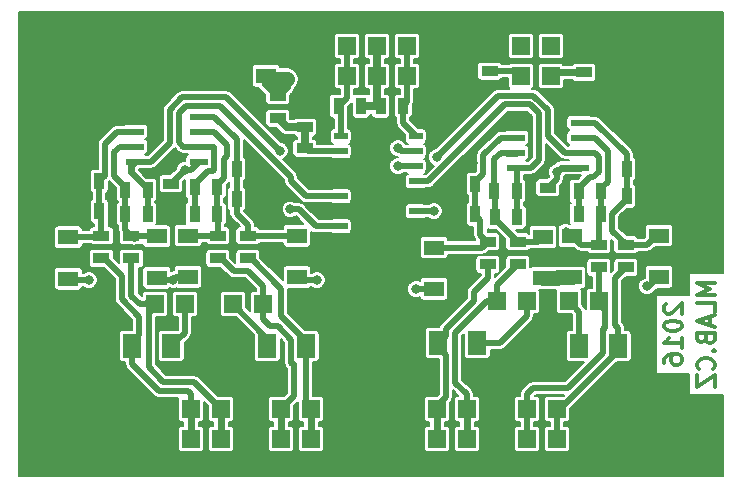
<source format=gbr>
G04 #@! TF.FileFunction,Copper,L2,Bot,Signal*
%FSLAX46Y46*%
G04 Gerber Fmt 4.6, Leading zero omitted, Abs format (unit mm)*
G04 Created by KiCad (PCBNEW (2016-09-17 revision 679eef1)-makepkg) date 09/29/16 11:16:47*
%MOMM*%
%LPD*%
G01*
G04 APERTURE LIST*
%ADD10C,0.500000*%
%ADD11C,0.300000*%
%ADD12R,0.889000X1.397000*%
%ADD13R,1.550000X0.600000*%
%ADD14R,1.397000X0.889000*%
%ADD15R,1.699260X1.300480*%
%ADD16R,1.524000X1.524000*%
%ADD17C,6.000000*%
%ADD18R,1.143000X0.600000*%
%ADD19R,1.524000X2.032000*%
%ADD20C,0.800000*%
%ADD21C,0.600000*%
%ADD22C,1.300000*%
%ADD23C,0.700000*%
%ADD24C,0.200000*%
G04 APERTURE END LIST*
D10*
D11*
X59606571Y17021428D02*
X58106571Y17021428D01*
X59178000Y16521428D01*
X58106571Y16021428D01*
X59606571Y16021428D01*
X59606571Y14592857D02*
X59606571Y15307142D01*
X58106571Y15307142D01*
X59178000Y14164285D02*
X59178000Y13450000D01*
X59606571Y14307142D02*
X58106571Y13807142D01*
X59606571Y13307142D01*
X58820857Y12307142D02*
X58892285Y12092857D01*
X58963714Y12021428D01*
X59106571Y11950000D01*
X59320857Y11950000D01*
X59463714Y12021428D01*
X59535142Y12092857D01*
X59606571Y12235714D01*
X59606571Y12807142D01*
X58106571Y12807142D01*
X58106571Y12307142D01*
X58178000Y12164285D01*
X58249428Y12092857D01*
X58392285Y12021428D01*
X58535142Y12021428D01*
X58678000Y12092857D01*
X58749428Y12164285D01*
X58820857Y12307142D01*
X58820857Y12807142D01*
X59463714Y11307142D02*
X59535142Y11235714D01*
X59606571Y11307142D01*
X59535142Y11378571D01*
X59463714Y11307142D01*
X59606571Y11307142D01*
X59463714Y9735714D02*
X59535142Y9807142D01*
X59606571Y10021428D01*
X59606571Y10164285D01*
X59535142Y10378571D01*
X59392285Y10521428D01*
X59249428Y10592857D01*
X58963714Y10664285D01*
X58749428Y10664285D01*
X58463714Y10592857D01*
X58320857Y10521428D01*
X58178000Y10378571D01*
X58106571Y10164285D01*
X58106571Y10021428D01*
X58178000Y9807142D01*
X58249428Y9735714D01*
X58106571Y9235714D02*
X58106571Y8235714D01*
X59606571Y9235714D01*
X59606571Y8235714D01*
X55455428Y15271428D02*
X55384000Y15200000D01*
X55312571Y15057142D01*
X55312571Y14700000D01*
X55384000Y14557142D01*
X55455428Y14485714D01*
X55598285Y14414285D01*
X55741142Y14414285D01*
X55955428Y14485714D01*
X56812571Y15342857D01*
X56812571Y14414285D01*
X55312571Y13485714D02*
X55312571Y13342857D01*
X55384000Y13200000D01*
X55455428Y13128571D01*
X55598285Y13057142D01*
X55884000Y12985714D01*
X56241142Y12985714D01*
X56526857Y13057142D01*
X56669714Y13128571D01*
X56741142Y13200000D01*
X56812571Y13342857D01*
X56812571Y13485714D01*
X56741142Y13628571D01*
X56669714Y13700000D01*
X56526857Y13771428D01*
X56241142Y13842857D01*
X55884000Y13842857D01*
X55598285Y13771428D01*
X55455428Y13700000D01*
X55384000Y13628571D01*
X55312571Y13485714D01*
X56812571Y11557142D02*
X56812571Y12414285D01*
X56812571Y11985714D02*
X55312571Y11985714D01*
X55526857Y12128571D01*
X55669714Y12271428D01*
X55741142Y12414285D01*
X55312571Y10271428D02*
X55312571Y10557142D01*
X55384000Y10700000D01*
X55455428Y10771428D01*
X55669714Y10914285D01*
X55955428Y10985714D01*
X56526857Y10985714D01*
X56669714Y10914285D01*
X56741142Y10842857D01*
X56812571Y10700000D01*
X56812571Y10414285D01*
X56741142Y10271428D01*
X56669714Y10200000D01*
X56526857Y10128571D01*
X56169714Y10128571D01*
X56026857Y10200000D01*
X55955428Y10271428D01*
X55884000Y10414285D01*
X55884000Y10700000D01*
X55955428Y10842857D01*
X56026857Y10914285D01*
X56169714Y10985714D01*
D12*
X7493000Y25654000D03*
X5588000Y25654000D03*
X37401500Y25400000D03*
X39306500Y25400000D03*
X39306500Y22860000D03*
X37401500Y22860000D03*
X40919400Y24841200D03*
X42824400Y24841200D03*
D13*
X42766000Y26797000D03*
X42766000Y28067000D03*
X42766000Y29337000D03*
X42766000Y30607000D03*
X48166000Y30607000D03*
X48166000Y29337000D03*
X48166000Y28067000D03*
X48166000Y26797000D03*
D14*
X40538400Y34975800D03*
X40538400Y36880800D03*
D12*
X11582400Y22860000D03*
X9677400Y22860000D03*
D15*
X4876800Y20901660D03*
X4876800Y17401540D03*
D14*
X24892000Y28448000D03*
X24892000Y26543000D03*
X24892000Y30226000D03*
X24892000Y32131000D03*
D12*
X19113500Y26670000D03*
X21018500Y26670000D03*
D14*
X13563600Y25438100D03*
X13563600Y23533100D03*
D12*
X15557500Y22860000D03*
X17462500Y22860000D03*
X52133500Y24384000D03*
X54038500Y24384000D03*
X42862500Y22606000D03*
X40957500Y22606000D03*
X48069500Y24790400D03*
X49974500Y24790400D03*
D15*
X21590000Y34571940D03*
X21590000Y38072060D03*
X12344400Y20980400D03*
X12344400Y17480280D03*
X14986000Y21054060D03*
X14986000Y17553940D03*
X24231600Y21031200D03*
X24231600Y17531080D03*
X45059600Y20929600D03*
X45059600Y17429480D03*
X47498000Y21003260D03*
X47498000Y17503140D03*
X35814000Y20038060D03*
X35814000Y16537940D03*
X54864000Y21054060D03*
X54864000Y17553940D03*
D16*
X14732000Y15240000D03*
X12192000Y15240000D03*
X18796000Y15240000D03*
X21336000Y15240000D03*
X43688000Y15494000D03*
X41148000Y15494000D03*
X47244000Y15494000D03*
X49784000Y15494000D03*
X43180000Y34544000D03*
X43180000Y37084000D03*
X45720000Y34544000D03*
X45720000Y37084000D03*
X25908000Y34544000D03*
X25908000Y37084000D03*
X28448000Y34544000D03*
X28448000Y37084000D03*
X30988000Y34544000D03*
X30988000Y37084000D03*
X33528000Y34544000D03*
X33528000Y37084000D03*
X36068000Y34544000D03*
X36068000Y37084000D03*
D17*
X55880000Y35560000D03*
X5080000Y5080000D03*
X55880000Y5080000D03*
X5080000Y35560000D03*
D14*
X10210800Y21018500D03*
X10210800Y19113500D03*
X7670800Y21018500D03*
X7670800Y19113500D03*
X17526000Y21018500D03*
X17526000Y19113500D03*
X20066000Y21018500D03*
X20066000Y19113500D03*
D12*
X5588000Y23114000D03*
X7493000Y23114000D03*
X21018500Y24130000D03*
X19113500Y24130000D03*
X9677400Y24892000D03*
X11582400Y24892000D03*
X17462500Y25146000D03*
X15557500Y25146000D03*
D14*
X42926000Y20510500D03*
X42926000Y18605500D03*
X40386000Y20510500D03*
X40386000Y18605500D03*
X49784000Y20256500D03*
X49784000Y18351500D03*
X52070000Y20256500D03*
X52070000Y18351500D03*
D12*
X54038500Y26670000D03*
X52133500Y26670000D03*
X49974500Y22860000D03*
X48069500Y22860000D03*
D14*
X48514000Y34861500D03*
X48514000Y36766500D03*
D12*
X29654500Y32004000D03*
X27749500Y32004000D03*
X31305500Y32004000D03*
X33210500Y32004000D03*
D13*
X10508000Y27305000D03*
X10508000Y28575000D03*
X10508000Y29845000D03*
X10508000Y31115000D03*
X15908000Y31115000D03*
X15908000Y29845000D03*
X15908000Y28575000D03*
X15908000Y27305000D03*
D18*
X27940000Y21844000D03*
X27940000Y23114000D03*
X27940000Y24384000D03*
X27940000Y25654000D03*
X27940000Y26924000D03*
X27940000Y28194000D03*
X27940000Y29464000D03*
X34290000Y29464000D03*
X34290000Y28194000D03*
X34290000Y25654000D03*
X34290000Y24384000D03*
X34290000Y23114000D03*
X34290000Y21844000D03*
X34290000Y26924000D03*
D14*
X45466000Y25082500D03*
X45466000Y23177500D03*
D16*
X27940000Y3810000D03*
X27940000Y6350000D03*
X22860000Y3810000D03*
X22860000Y6350000D03*
X25400000Y3810000D03*
X25400000Y6350000D03*
X20320000Y3810000D03*
X20320000Y6350000D03*
X38608000Y3810000D03*
X38608000Y6350000D03*
X36068000Y3810000D03*
X36068000Y6350000D03*
X48768000Y3810000D03*
X48768000Y6350000D03*
X43688000Y3810000D03*
X43688000Y6350000D03*
X46228000Y3810000D03*
X46228000Y6350000D03*
X33528000Y3810000D03*
X33528000Y6350000D03*
X41148000Y3810000D03*
X41148000Y6350000D03*
X12700000Y3810000D03*
X12700000Y6350000D03*
X17780000Y3810000D03*
X17780000Y6350000D03*
X15240000Y3810000D03*
X15240000Y6350000D03*
D14*
X22606000Y30988000D03*
X22606000Y32893000D03*
D19*
X13589000Y11684000D03*
X10287000Y11684000D03*
X25019000Y11684000D03*
X21717000Y11684000D03*
X39497000Y11938000D03*
X36195000Y11938000D03*
X51435000Y11684000D03*
X48133000Y11684000D03*
D20*
X10414000Y8382000D03*
X53086000Y10160000D03*
X53086000Y11684000D03*
X53086000Y12954000D03*
X46990000Y13970000D03*
X45466000Y14224000D03*
X44958000Y12700000D03*
X44958000Y10668000D03*
X6604002Y27178000D03*
X5080000Y27178000D03*
X4064002Y22860000D03*
X4064000Y23876000D03*
X4064000Y25146000D03*
X4064000Y26416000D03*
X44958000Y19304000D03*
X44196000Y19558004D03*
X37592000Y21336000D03*
X38608000Y21336000D03*
X36830000Y24130000D03*
X39116000Y28135706D03*
X41177147Y30196853D03*
X39116000Y27178000D03*
X38129147Y27148853D03*
X20828000Y22606000D03*
X20066000Y39370000D03*
X19812000Y37846000D03*
X19558000Y34798000D03*
X19812000Y36322000D03*
X21590000Y36322000D03*
X24892000Y16002000D03*
X26162000Y14224000D03*
X27432000Y14224000D03*
X29464000Y14224000D03*
X38100000Y16510000D03*
X37084000Y15240000D03*
X35306000Y14478000D03*
X33020000Y14224000D03*
X50800000Y7620000D03*
X50800000Y8890000D03*
X52070000Y8890000D03*
X52578000Y13970000D03*
X52324000Y15240000D03*
X52070000Y16256000D03*
X56134000Y18796000D03*
X55372000Y19558000D03*
X54356000Y19050000D03*
X53340000Y19304000D03*
X48260000Y19304000D03*
X47244000Y19304000D03*
X45720000Y27686000D03*
X44196000Y25908000D03*
X50292000Y37592000D03*
X49530000Y38608000D03*
X48260000Y38608000D03*
X37846000Y35560000D03*
X37846000Y37338000D03*
X37846000Y39116000D03*
X36068000Y39116000D03*
X25908000Y39116000D03*
X24384000Y39116000D03*
X23876000Y37592000D03*
X23876000Y36068000D03*
X26924000Y30480000D03*
X7620000Y15494000D03*
X8382000Y11684000D03*
X8636000Y9652000D03*
X11684000Y19304000D03*
X12700000Y19304000D03*
X16002000Y19304000D03*
X14986000Y19304000D03*
X32004000Y25146000D03*
X36068000Y21844000D03*
X53086000Y21336000D03*
X52324000Y22606000D03*
X55626000Y23368000D03*
X55626000Y24892000D03*
X55626000Y26416000D03*
X55626000Y27686000D03*
X54610000Y28448000D03*
X49276000Y33528000D03*
X47752000Y33274000D03*
X47244000Y32004000D03*
X48514000Y32004000D03*
X49784000Y32004000D03*
X50800000Y30988000D03*
X51816000Y29972000D03*
X53086000Y28956000D03*
X44196000Y22352000D03*
X42164000Y8382000D03*
X41656000Y38862000D03*
X22860000Y22098000D03*
X21590000Y22098000D03*
X22352000Y23114000D03*
X22352000Y24892000D03*
X22098000Y26162000D03*
X13208000Y22352000D03*
X16764000Y15494000D03*
X17526000Y11938000D03*
X17526000Y13970000D03*
X19050000Y9144000D03*
X19304000Y7874000D03*
X12192014Y30988000D03*
X12192000Y29718000D03*
X3302000Y19304000D03*
X3302000Y20828000D03*
X3302000Y22098000D03*
X21082000Y31750000D03*
X20320000Y32512000D03*
X19558000Y33274000D03*
X18542000Y34036000D03*
X17018000Y34036000D03*
X15748000Y34036000D03*
X14478000Y34036000D03*
X13208000Y33274000D03*
X12446000Y32512000D03*
X11430000Y32512000D03*
X10160000Y32512000D03*
X9144000Y32258000D03*
X28956000Y18796000D03*
X28702000Y19812000D03*
X28956000Y20828000D03*
X28956000Y22860000D03*
X26416000Y23114000D03*
X26416000Y25908000D03*
X26416000Y26924000D03*
X8534400Y31089600D03*
X44399200Y24028400D03*
X13512800Y24343598D03*
X30988000Y7112000D03*
X30988000Y8636000D03*
X30988000Y13716000D03*
X30988000Y12700000D03*
X30988000Y11430000D03*
X30988000Y10160000D03*
X50800000Y6350000D03*
X50800000Y5080000D03*
X50800000Y3810000D03*
X32004000Y6350000D03*
X32004000Y5080000D03*
X32004000Y3810000D03*
X29972000Y6350000D03*
X29972000Y5080000D03*
X29972000Y3810000D03*
X10668000Y3302000D03*
X10668000Y4826000D03*
X10668000Y6350000D03*
X42418000Y9398000D03*
X14732000Y26619200D03*
X46228000Y26416002D03*
X53848000Y16764000D03*
X46228000Y17429480D03*
X34289996Y16510000D03*
X25908000Y17272000D03*
X13716000Y17272000D03*
X6603990Y17272000D03*
X23368000Y34290000D03*
X23672799Y23266400D03*
X22784348Y28219948D03*
X36067996Y27686000D03*
X35814000Y23114000D03*
X32766000Y28448000D03*
X32766000Y26924000D03*
D11*
X10414000Y7816315D02*
X10414000Y8382000D01*
X10414000Y7574000D02*
X10414000Y7816315D01*
X11638000Y6350000D02*
X10414000Y7574000D01*
X12700000Y6350000D02*
X11638000Y6350000D01*
X53086000Y9906000D02*
X53086000Y10160000D01*
X52070000Y8890000D02*
X53086000Y9906000D01*
X53086000Y12954000D02*
X53086000Y11684000D01*
D10*
X44958000Y12700000D02*
X44958000Y13716000D01*
X44958000Y13716000D02*
X45466000Y14224000D01*
X42418000Y9398000D02*
X43688000Y9398000D01*
X43688000Y9398000D02*
X44958000Y10668000D01*
D11*
X6604002Y27743685D02*
X6604002Y27178000D01*
X6604002Y29159202D02*
X6604002Y27743685D01*
X8534400Y31089600D02*
X6604002Y29159202D01*
X4826000Y27178000D02*
X5080000Y27178000D01*
X4064000Y26416000D02*
X4826000Y27178000D01*
X3302000Y22098000D02*
X3702001Y22497999D01*
X3702001Y22497999D02*
X4064002Y22860000D01*
X4064000Y25146000D02*
X4064000Y23876000D01*
X4463999Y26815999D02*
X4064000Y26416000D01*
X5334000Y27178000D02*
X4826000Y27178000D01*
X4826000Y27178000D02*
X4463999Y26815999D01*
X44958000Y19361689D02*
X44958000Y19304000D01*
X44761685Y19558004D02*
X44958000Y19361689D01*
X44196000Y19558004D02*
X44761685Y19558004D01*
X47244000Y19304000D02*
X44958000Y19304000D01*
X36576000Y21336000D02*
X37026315Y21336000D01*
X37026315Y21336000D02*
X37592000Y21336000D01*
X36068000Y21844000D02*
X36576000Y21336000D01*
X38208001Y21735999D02*
X38608000Y21336000D01*
X37655500Y22288500D02*
X38208001Y21735999D01*
X37655500Y23368000D02*
X37655500Y22288500D01*
X36576000Y24384000D02*
X36830000Y24130000D01*
X34290000Y24384000D02*
X36576000Y24384000D01*
D10*
X41177147Y30196853D02*
X39116000Y28135706D01*
X37655500Y25400000D02*
X37655500Y26675206D01*
X37655500Y26675206D02*
X38129147Y27148853D01*
D11*
X38417500Y25400000D02*
X37338000Y25400000D01*
X37338000Y25400000D02*
X37084000Y25146000D01*
X21082000Y22606000D02*
X20828000Y22606000D01*
X20828000Y23114000D02*
X20828000Y22606000D01*
X21590000Y22098000D02*
X21082000Y22606000D01*
D10*
X19812000Y37846000D02*
X19812000Y39116000D01*
X19812000Y39116000D02*
X20066000Y39370000D01*
X19812000Y36322000D02*
X19812000Y35052000D01*
X19812000Y35052000D02*
X19558000Y34798000D01*
X23876000Y36068000D02*
X21844000Y36068000D01*
X21844000Y36068000D02*
X21590000Y36322000D01*
D11*
X26162000Y14224000D02*
X26162000Y14732000D01*
X26162000Y14732000D02*
X24892000Y16002000D01*
X29464000Y14224000D02*
X27432000Y14224000D01*
X37084000Y15240000D02*
X37084000Y15494000D01*
X37084000Y15494000D02*
X38100000Y16510000D01*
X33020000Y14224000D02*
X35052000Y14224000D01*
X35052000Y14224000D02*
X35306000Y14478000D01*
X50800000Y8890000D02*
X50800000Y7620000D01*
X52324000Y15240000D02*
X52324000Y14224000D01*
X52324000Y14224000D02*
X52578000Y13970000D01*
X53340000Y19304000D02*
X53340000Y17526000D01*
X53340000Y17526000D02*
X52070000Y16256000D01*
X54356000Y19050000D02*
X54864000Y19050000D01*
X54864000Y19050000D02*
X55372000Y19558000D01*
X48260000Y19304000D02*
X53340000Y19304000D01*
X44399200Y24028400D02*
X44196000Y24231600D01*
X44196000Y24231600D02*
X44196000Y25908000D01*
X49530000Y38608000D02*
X49530000Y38354000D01*
X49530000Y38354000D02*
X50292000Y37592000D01*
X48514000Y36766500D02*
X48514000Y38354000D01*
X48514000Y38354000D02*
X48260000Y38608000D01*
X37846000Y39116000D02*
X37846000Y37338000D01*
X36068000Y37084000D02*
X36068000Y39116000D01*
X23876000Y37592000D02*
X23876000Y38608000D01*
X23876000Y38608000D02*
X24384000Y39116000D01*
X25908000Y37084000D02*
X24892000Y37084000D01*
X24892000Y37084000D02*
X23876000Y36068000D01*
X25146000Y32131000D02*
X26797000Y30480000D01*
X24892000Y32131000D02*
X25146000Y32131000D01*
X25273000Y32131000D02*
X26524001Y30879999D01*
X25019000Y32131000D02*
X25273000Y32131000D01*
X26524001Y30879999D02*
X26924000Y30480000D01*
X26797000Y30480000D02*
X26924000Y30480000D01*
X8636000Y9652000D02*
X8636000Y11430000D01*
X8636000Y11430000D02*
X8382000Y11684000D01*
X16002000Y19304000D02*
X12700000Y19304000D01*
X13208000Y22352000D02*
X13607999Y21952001D01*
X13607999Y21952001D02*
X13607999Y20212189D01*
X13607999Y20212189D02*
X14516188Y19304000D01*
X14516188Y19304000D02*
X14986000Y19304000D01*
X32403999Y24746001D02*
X32004000Y25146000D01*
X32766000Y24384000D02*
X32403999Y24746001D01*
X34290000Y24384000D02*
X32766000Y24384000D01*
X52324000Y22606000D02*
X52324000Y22098000D01*
X52324000Y22098000D02*
X53086000Y21336000D01*
X55626000Y24892000D02*
X55626000Y23368000D01*
X55626000Y27686000D02*
X55626000Y26416000D01*
X53086000Y28956000D02*
X54102000Y28956000D01*
X54102000Y28956000D02*
X54610000Y28448000D01*
X47244000Y32004000D02*
X47244000Y32766000D01*
X47244000Y32766000D02*
X47752000Y33274000D01*
X49784000Y32004000D02*
X48514000Y32004000D01*
X51816000Y29972000D02*
X50800000Y30988000D01*
X54038500Y26670000D02*
X54038500Y28003500D01*
X54038500Y28003500D02*
X53086000Y28956000D01*
X45466000Y23177500D02*
X45021500Y23177500D01*
X45021500Y23177500D02*
X44196000Y22352000D01*
X41256001Y38462001D02*
X41656000Y38862000D01*
X40538400Y37744400D02*
X41256001Y38462001D01*
X40538400Y36880800D02*
X40538400Y37744400D01*
X22352000Y24892000D02*
X22352000Y23114000D01*
X21018500Y24638000D02*
X21018500Y25082500D01*
X21018500Y25082500D02*
X22098000Y26162000D01*
X13563600Y23533100D02*
X13563600Y22707600D01*
X13563600Y22707600D02*
X13208000Y22352000D01*
X17526000Y9827998D02*
X17526000Y11938000D01*
X17526000Y11938000D02*
X17526000Y13970000D01*
X19050000Y9144000D02*
X18209998Y9144000D01*
X18209998Y9144000D02*
X17526000Y9827998D01*
X20320000Y6350000D02*
X20320000Y6858000D01*
X20320000Y6858000D02*
X19304000Y7874000D01*
X12065014Y31115000D02*
X12192014Y30988000D01*
X10508000Y31115000D02*
X12065014Y31115000D01*
X3302000Y20828000D02*
X3302000Y19304000D01*
X3302000Y22098000D02*
X3048000Y22098000D01*
X19558000Y33274000D02*
X20320000Y32512000D01*
X17018000Y34036000D02*
X18542000Y34036000D01*
X14478000Y34036000D02*
X15748000Y34036000D01*
X12446000Y32512000D02*
X13208000Y33274000D01*
X10160000Y32512000D02*
X11430000Y32512000D01*
X8534400Y31089600D02*
X8534400Y31648400D01*
X8534400Y31648400D02*
X9144000Y32258000D01*
X28702000Y19812000D02*
X28702000Y19050000D01*
X28702000Y19050000D02*
X28956000Y18796000D01*
X28956000Y22860000D02*
X28956000Y20828000D01*
X27940000Y23114000D02*
X26416000Y23114000D01*
X27940000Y26924000D02*
X26416000Y26924000D01*
D10*
X10508000Y31115000D02*
X8559800Y31115000D01*
X8559800Y31115000D02*
X8534400Y31089600D01*
X45466000Y23177500D02*
X45250100Y23177500D01*
X45250100Y23177500D02*
X44399200Y24028400D01*
X13563600Y23533100D02*
X13563600Y24292798D01*
X13563600Y24292798D02*
X13512800Y24343598D01*
D11*
X42766000Y30607000D02*
X43307000Y30607000D01*
X30988000Y10160000D02*
X30988000Y8636000D01*
X30988000Y11430000D02*
X30988000Y12700000D01*
X32004000Y6350000D02*
X32004000Y9144000D01*
X32004000Y9144000D02*
X30988000Y10160000D01*
X10508000Y31115000D02*
X9017000Y31115000D01*
X9017000Y31115000D02*
X8128000Y32004000D01*
X50800000Y3810000D02*
X50800000Y5080000D01*
X32004000Y5080000D02*
X32004000Y6350000D01*
X33528000Y3810000D02*
X32004000Y3810000D01*
X29972000Y3810000D02*
X29972000Y5080000D01*
X10668000Y4826000D02*
X10668000Y3302000D01*
X12700000Y6350000D02*
X10668000Y6350000D01*
X34290000Y21844000D02*
X36068000Y21844000D01*
X36068000Y21844000D02*
X36322000Y21590000D01*
X42164000Y8382000D02*
X42164000Y9144000D01*
X42164000Y9144000D02*
X42418000Y9398000D01*
D10*
X14732000Y26619200D02*
X14732000Y26606500D01*
X14732000Y26606500D02*
X13563600Y25438100D01*
X14732000Y26619200D02*
X15222200Y26619200D01*
X15222200Y26619200D02*
X15908000Y27305000D01*
X46228000Y26416002D02*
X46228000Y25844500D01*
X46228000Y25844500D02*
X45466000Y25082500D01*
D21*
X48166000Y26797000D02*
X46608998Y26797000D01*
X46608998Y26797000D02*
X46228000Y26416002D01*
D10*
X53848000Y16764000D02*
X54074060Y16764000D01*
X54074060Y16764000D02*
X54864000Y17553940D01*
X25908000Y17272000D02*
X24490680Y17272000D01*
X24490680Y17272000D02*
X24231600Y17531080D01*
D22*
X22606000Y34290000D02*
X21871940Y34290000D01*
X23368000Y34290000D02*
X22606000Y34290000D01*
D23*
X22606000Y34290000D02*
X22606000Y32893000D01*
X23368000Y34290000D02*
X23368000Y33655000D01*
X23368000Y33655000D02*
X22606000Y32893000D01*
X21590000Y34571940D02*
X21590000Y33909000D01*
X21590000Y33909000D02*
X22606000Y32893000D01*
D10*
X15430500Y27305000D02*
X15908000Y27305000D01*
X13716000Y17272000D02*
X12552680Y17272000D01*
X12552680Y17272000D02*
X12344400Y17480280D01*
X14986000Y17553940D02*
X13997940Y17553940D01*
X13997940Y17553940D02*
X13716000Y17272000D01*
X6603990Y17272000D02*
X5006340Y17272000D01*
X5006340Y17272000D02*
X4876800Y17401540D01*
X34289996Y16510000D02*
X35786060Y16510000D01*
X35786060Y16510000D02*
X35814000Y16537940D01*
D22*
X45059600Y17429480D02*
X46228000Y17429480D01*
X47498000Y17503140D02*
X46301660Y17503140D01*
X46301660Y17503140D02*
X46228000Y17429480D01*
X21871940Y34290000D02*
X21590000Y34571940D01*
D23*
X30988000Y34544000D02*
X30988000Y32321500D01*
X30988000Y32321500D02*
X31305500Y32004000D01*
X29654500Y32004000D02*
X31305500Y32004000D01*
X30988000Y37084000D02*
X30988000Y34544000D01*
D10*
X10508000Y27305000D02*
X11873004Y27305000D01*
X11873004Y27305000D02*
X13462000Y28893996D01*
X13462000Y28893996D02*
X13462000Y31704676D01*
X13462000Y31704676D02*
X14511334Y32754010D01*
X18250286Y32754010D02*
X22384349Y28619947D01*
X14511334Y32754010D02*
X18250286Y32754010D01*
X22384349Y28619947D02*
X22784348Y28219948D01*
X27940000Y21844000D02*
X25818672Y21844000D01*
X25818672Y21844000D02*
X24396272Y23266400D01*
X24396272Y23266400D02*
X24238484Y23266400D01*
X24238484Y23266400D02*
X23672799Y23266400D01*
X11582400Y24892000D02*
X11582400Y24993600D01*
X11582400Y24993600D02*
X10160000Y26416000D01*
X11582400Y22860000D02*
X11582400Y24892000D01*
D21*
X10160000Y26981685D02*
X10160000Y26416000D01*
X10508000Y27305000D02*
X10483315Y27305000D01*
X10483315Y27305000D02*
X10160000Y26981685D01*
D10*
X15908000Y28575000D02*
X14605000Y28575000D01*
X14605000Y28575000D02*
X14224000Y28956000D01*
X14224000Y28956000D02*
X14224000Y31406002D01*
X14224000Y31406002D02*
X14821998Y32004000D01*
X14821998Y32004000D02*
X17727502Y32004000D01*
X17727502Y32004000D02*
X23693499Y26038003D01*
X23693499Y26038003D02*
X23693499Y25698499D01*
X23693499Y25698499D02*
X25007998Y24384000D01*
X25007998Y24384000D02*
X26416000Y24384000D01*
X26416000Y24384000D02*
X27940000Y24384000D01*
X15557500Y25146000D02*
X15557500Y25400000D01*
X17183003Y28574997D02*
X17183000Y28575000D01*
X15557500Y25400000D02*
X16662499Y26504999D01*
X16662499Y26504999D02*
X17083001Y26504999D01*
X17083001Y26504999D02*
X17183003Y26605002D01*
X17183003Y26605002D02*
X17183003Y28574997D01*
X17183000Y28575000D02*
X15908000Y28575000D01*
X15557500Y23368000D02*
X15557500Y25146000D01*
X42766000Y26797000D02*
X44041000Y26797000D01*
X44704000Y31384008D02*
X43942000Y32146008D01*
X44041000Y26797000D02*
X44704000Y27460000D01*
X44704000Y27460000D02*
X44704000Y31384008D01*
X43942000Y32146008D02*
X41853508Y32146008D01*
X41853508Y32146008D02*
X35361500Y25654000D01*
X35361500Y25654000D02*
X34290000Y25654000D01*
X42824400Y24841200D02*
X42824400Y26738600D01*
X42824400Y26738600D02*
X42766000Y26797000D01*
X42875200Y22809200D02*
X42875200Y24790400D01*
X42875200Y24790400D02*
X42824400Y24841200D01*
X42766000Y26797000D02*
X42455490Y26797000D01*
X36467995Y28085999D02*
X36067996Y27686000D01*
X41278014Y32896018D02*
X36467995Y28085999D01*
X44252664Y32896018D02*
X41278014Y32896018D01*
X46891000Y28067000D02*
X45454010Y29503990D01*
X48166000Y28067000D02*
X46891000Y28067000D01*
X45454009Y31694673D02*
X44252664Y32896018D01*
X45454010Y29503990D02*
X45454009Y31694673D01*
X35814000Y23114000D02*
X34290000Y23114000D01*
X48069500Y22860000D02*
X48069500Y24790400D01*
X49784000Y26439998D02*
X49784000Y27724000D01*
X49784000Y27724000D02*
X49441000Y28067000D01*
X49441000Y28067000D02*
X48166000Y28067000D01*
X48069500Y24790400D02*
X48069500Y25044400D01*
X48069500Y25044400D02*
X49014000Y25988900D01*
X49014000Y25988900D02*
X49332902Y25988900D01*
X49332902Y25988900D02*
X49784000Y26439998D01*
X14732000Y15240000D02*
X14732000Y12827000D01*
X14732000Y12827000D02*
X13589000Y11684000D01*
X21717000Y11684000D02*
X21717000Y12319000D01*
X21717000Y12319000D02*
X18796000Y15240000D01*
X18744000Y15188000D02*
X18796000Y15240000D01*
X43688000Y15494000D02*
X43688000Y14232000D01*
X43688000Y14232000D02*
X41394000Y11938000D01*
X41394000Y11938000D02*
X40759000Y11938000D01*
X40759000Y11938000D02*
X39497000Y11938000D01*
X48133000Y11684000D02*
X48133000Y14605000D01*
X48133000Y14605000D02*
X47244000Y15494000D01*
X27940000Y29464000D02*
X27940000Y31813500D01*
X27940000Y31813500D02*
X27749500Y32004000D01*
X28448000Y34544000D02*
X28448000Y32702500D01*
X28448000Y32702500D02*
X27749500Y32004000D01*
X28448000Y37084000D02*
X28448000Y34544000D01*
X33210500Y32004000D02*
X33210500Y30543500D01*
X33210500Y30543500D02*
X34290000Y29464000D01*
X33528000Y34544000D02*
X33528000Y32321500D01*
X33528000Y32321500D02*
X33210500Y32004000D01*
X33528000Y37084000D02*
X33528000Y34544000D01*
X40538400Y34975800D02*
X42748200Y34975800D01*
X42748200Y34975800D02*
X43180000Y34544000D01*
X34290000Y28194000D02*
X33020000Y28194000D01*
X33020000Y28194000D02*
X32766000Y28448000D01*
X34290000Y26924000D02*
X32766000Y26924000D01*
D21*
X48514000Y34861500D02*
X46037500Y34861500D01*
X46037500Y34861500D02*
X45720000Y34544000D01*
D10*
X17780000Y6350000D02*
X15494000Y8636000D01*
X15494000Y8636000D02*
X15347356Y8636000D01*
X12912366Y8673990D02*
X11684000Y9902356D01*
X15347356Y8636000D02*
X15309366Y8673990D01*
X15309366Y8673990D02*
X12912366Y8673990D01*
X11684000Y9902356D02*
X11684000Y14478000D01*
X11684000Y14478000D02*
X12192000Y14986000D01*
X12192000Y14986000D02*
X12192000Y15240000D01*
X12192000Y15240000D02*
X10930000Y15240000D01*
X10930000Y15240000D02*
X10210800Y15959200D01*
X10210800Y15959200D02*
X10210800Y18169000D01*
X10210800Y18169000D02*
X10210800Y19113500D01*
D11*
X12192000Y15494000D02*
X11551000Y15494000D01*
D21*
X17780000Y6350000D02*
X17780000Y6777998D01*
X17780000Y3810000D02*
X17780000Y6350000D01*
D10*
X10287000Y11684000D02*
X10287000Y12065000D01*
X7924800Y19113500D02*
X7670800Y19113500D01*
X10287000Y12065000D02*
X10884010Y12662010D01*
X10884010Y12662010D02*
X10884010Y14154634D01*
X10884010Y14154634D02*
X9398000Y15640644D01*
X9398000Y15640644D02*
X9398000Y17640300D01*
X9398000Y17640300D02*
X7924800Y19113500D01*
X12581000Y7874000D02*
X10287000Y10168000D01*
X15240000Y6350000D02*
X15240000Y7612000D01*
X15240000Y7612000D02*
X14978000Y7874000D01*
X14978000Y7874000D02*
X12581000Y7874000D01*
X10287000Y11684000D02*
X10287000Y10168000D01*
X10108000Y11430000D02*
X10108000Y12083340D01*
D21*
X15240000Y3810000D02*
X15240000Y6350000D01*
D10*
X25019000Y11684000D02*
X25019000Y12107706D01*
X25019000Y12107706D02*
X22902706Y14224000D01*
X22902706Y14224000D02*
X22902706Y16530794D01*
X22902706Y16530794D02*
X20320000Y19113500D01*
X20320000Y19113500D02*
X20066000Y19113500D01*
X25019000Y6731000D02*
X25400000Y6350000D01*
X25019000Y11684000D02*
X25019000Y6731000D01*
X24944000Y6806000D02*
X25400000Y6350000D01*
D11*
X24944000Y11430000D02*
X24505000Y11430000D01*
D21*
X25400000Y3810000D02*
X25400000Y6350000D01*
D10*
X39187500Y15494000D02*
X36830001Y13136501D01*
X36830001Y13136501D02*
X36830001Y12573001D01*
X36830001Y12573001D02*
X36195000Y11938000D01*
X40386000Y18605500D02*
X40386000Y17463998D01*
X39187500Y16265498D02*
X39187500Y15494000D01*
X40386000Y17463998D02*
X39187500Y16265498D01*
X36195000Y11938000D02*
X36195000Y11557000D01*
X36195000Y11557000D02*
X36830000Y10922000D01*
X36830000Y10922000D02*
X36830000Y7366000D01*
X36830000Y7366000D02*
X36068000Y6604000D01*
X36068000Y6604000D02*
X36068000Y6350000D01*
X36524000Y6806000D02*
X36068000Y6350000D01*
D21*
X40132000Y18605500D02*
X40386000Y18605500D01*
X36068000Y3810000D02*
X36068000Y6350000D01*
D10*
X46524708Y6350000D02*
X51435000Y11260292D01*
X46228000Y6350000D02*
X46524708Y6350000D01*
X51435000Y11260292D02*
X51435000Y11684000D01*
X51435000Y11684000D02*
X51435000Y13200000D01*
X51435000Y13200000D02*
X51169999Y13465001D01*
X51169999Y13465001D02*
X51169999Y17451499D01*
X51169999Y17451499D02*
X52070000Y18351500D01*
X51816000Y18351500D02*
X51625500Y18351500D01*
X46228000Y6350000D02*
X46228000Y3810000D01*
X21336000Y15240000D02*
X21336000Y16764000D01*
X17780000Y19113500D02*
X17526000Y19113500D01*
X21336000Y16764000D02*
X20066000Y18034000D01*
X20066000Y18034000D02*
X18859500Y18034000D01*
X18859500Y18034000D02*
X17780000Y19113500D01*
X21924650Y13389350D02*
X21336000Y13978000D01*
X23958010Y10167999D02*
X23856999Y10167999D01*
X23958010Y7448010D02*
X23958010Y10167999D01*
X23756999Y12238351D02*
X22606000Y13389350D01*
X22860000Y6350000D02*
X23958010Y7448010D01*
X23856999Y10167999D02*
X23756999Y10267999D01*
X23756999Y10267999D02*
X23756999Y12238351D01*
X22606000Y13389350D02*
X21924650Y13389350D01*
X21336000Y13978000D02*
X21336000Y15240000D01*
D21*
X22860000Y3810000D02*
X22860000Y6350000D01*
D10*
X41148000Y15494000D02*
X40318856Y15494000D01*
X37629990Y8590010D02*
X38608000Y7612000D01*
X40318856Y15494000D02*
X37629990Y12805134D01*
X37629990Y12805134D02*
X37629990Y8590010D01*
X38608000Y7612000D02*
X38608000Y6350000D01*
X41148000Y15494000D02*
X41148000Y16827500D01*
X41148000Y16827500D02*
X42926000Y18605500D01*
D21*
X38608000Y3810000D02*
X38608000Y6350000D01*
D10*
X49784000Y15494000D02*
X49784000Y15240000D01*
X50172999Y13100001D02*
X50172999Y11129649D01*
X49784000Y15240000D02*
X50292000Y14732000D01*
X50292000Y14732000D02*
X50292000Y13200001D01*
X50292000Y13200001D02*
X50272999Y13200001D01*
X50272999Y13200001D02*
X50172999Y13100001D01*
X50172999Y11129649D02*
X47171350Y8128000D01*
X47171350Y8128000D02*
X44204000Y8128000D01*
X44204000Y8128000D02*
X43688000Y7612000D01*
X43688000Y7612000D02*
X43688000Y6350000D01*
X43688000Y6350000D02*
X43688000Y3810000D01*
X43688014Y6350000D02*
X43688000Y6350000D01*
X49784000Y18351500D02*
X49784000Y15494000D01*
X49784000Y15494000D02*
X50171000Y15494000D01*
X10508000Y29845000D02*
X9017000Y29845000D01*
X9017000Y29845000D02*
X7956010Y28784010D01*
X7956010Y28784010D02*
X7956010Y26117010D01*
X7956010Y26117010D02*
X7493000Y25654000D01*
X7493000Y23114000D02*
X7493000Y25654000D01*
X7670800Y21018500D02*
X7670800Y22936200D01*
X7670800Y22936200D02*
X7493000Y23114000D01*
X7874000Y21221700D02*
X7670800Y21018500D01*
X4876800Y20901660D02*
X7553960Y20901660D01*
X7553960Y20901660D02*
X7670800Y21018500D01*
D21*
X7762301Y21110001D02*
X7670800Y21018500D01*
D10*
X17203454Y31115000D02*
X17183000Y31115000D01*
X19113500Y26670000D02*
X19113500Y29204954D01*
X17183000Y31115000D02*
X15908000Y31115000D01*
X19113500Y29204954D02*
X17203454Y31115000D01*
X20066000Y21018500D02*
X24218900Y21018500D01*
X24218900Y21018500D02*
X24231600Y21031200D01*
X19113500Y24638000D02*
X19113500Y22915500D01*
X20066000Y21963000D02*
X20066000Y21018500D01*
X19113500Y22915500D02*
X20066000Y21963000D01*
X19113500Y24638000D02*
X19113500Y26670000D01*
X15908000Y31115000D02*
X16383000Y31115000D01*
X10508000Y28575000D02*
X9233000Y28575000D01*
X9233000Y28575000D02*
X8756000Y28098000D01*
X8756000Y28098000D02*
X8756000Y26067400D01*
X8756000Y26067400D02*
X9677400Y25146000D01*
X9677400Y25146000D02*
X9677400Y24892000D01*
X9652000Y24892000D02*
X9677400Y24892000D01*
X9677400Y22860000D02*
X9677400Y21551900D01*
X9677400Y21551900D02*
X10210800Y21018500D01*
X9677400Y24892000D02*
X9677400Y22860000D01*
X10210800Y21018500D02*
X12306300Y21018500D01*
X12306300Y21018500D02*
X12344400Y20980400D01*
X9956800Y21018500D02*
X10210800Y21018500D01*
D21*
X10401300Y20828000D02*
X10210800Y21018500D01*
D10*
X15908000Y29845000D02*
X17195800Y29845000D01*
X18034000Y27573198D02*
X18034000Y26670000D01*
X18288000Y27827198D02*
X18034000Y27573198D01*
X18288000Y28752800D02*
X18288000Y27827198D01*
X17195800Y29845000D02*
X18288000Y28752800D01*
X15908000Y29845000D02*
X16585826Y29845000D01*
X17462500Y25336500D02*
X18034000Y25908000D01*
X18034000Y25908000D02*
X18034000Y26670000D01*
X17462500Y25146000D02*
X17462500Y25336500D01*
X18034000Y26670000D02*
X18034000Y26416000D01*
X14986000Y21054060D02*
X17490440Y21054060D01*
X17490440Y21054060D02*
X17526000Y21018500D01*
X17462500Y23368000D02*
X17462500Y25146000D01*
X17526000Y21018500D02*
X17526000Y23304500D01*
X17526000Y23304500D02*
X17462500Y23368000D01*
X17780000Y21018500D02*
X17526000Y21018500D01*
X15908000Y29845000D02*
X16383000Y29845000D01*
X39306500Y22860000D02*
X39762001Y22404499D01*
X39762001Y22404499D02*
X39762001Y21134499D01*
X39762001Y21134499D02*
X40386000Y20510500D01*
X39306500Y25400000D02*
X39306500Y22860000D01*
X40016001Y26300001D02*
X39306500Y25590500D01*
X39306500Y25590500D02*
X39306500Y25400000D01*
X42766000Y29337000D02*
X41491000Y29337000D01*
X41491000Y29337000D02*
X40016001Y27862001D01*
X40016001Y27862001D02*
X40016001Y26300001D01*
X40386000Y20510500D02*
X40012999Y20883501D01*
D21*
X40132000Y20510500D02*
X40386000Y20510500D01*
D10*
X35814000Y20038060D02*
X39913560Y20038060D01*
X39913560Y20038060D02*
X40386000Y20510500D01*
D11*
X39560500Y23368000D02*
X39560500Y22815340D01*
D21*
X40386000Y20510500D02*
X40278502Y20510500D01*
D10*
X52133500Y24384000D02*
X52133500Y24130000D01*
X52133500Y24130000D02*
X50919001Y22915501D01*
X50919001Y22915501D02*
X50919001Y21470999D01*
X50919001Y21470999D02*
X52070000Y20320000D01*
X52070000Y20320000D02*
X52070000Y20256500D01*
X52133500Y26670000D02*
X52133500Y27914500D01*
X52133500Y27914500D02*
X49441000Y30607000D01*
X49441000Y30607000D02*
X48166000Y30607000D01*
X52133500Y24384000D02*
X52133500Y26670000D01*
X51625500Y20458002D02*
X51625500Y20256500D01*
X51625500Y20256500D02*
X51816000Y20256500D01*
X51816000Y20256500D02*
X53863240Y20256500D01*
X53863240Y20256500D02*
X54660800Y21054060D01*
X40957500Y22606000D02*
X40957500Y22479000D01*
X40957500Y22479000D02*
X42926000Y20510500D01*
X40970200Y22809200D02*
X40970200Y22466300D01*
X40970200Y22466300D02*
X42926000Y20510500D01*
X42926000Y20510500D02*
X44640500Y20510500D01*
X44640500Y20510500D02*
X45059600Y20929600D01*
X40919400Y24841200D02*
X40919400Y27495400D01*
X40919400Y27495400D02*
X41491000Y28067000D01*
X41491000Y28067000D02*
X42766000Y28067000D01*
X40970200Y22809200D02*
X40970200Y24790400D01*
X40970200Y24790400D02*
X40919400Y24841200D01*
X42672000Y20510500D02*
X42926000Y20510500D01*
D21*
X41995811Y28067000D02*
X42766000Y28067000D01*
D10*
X47498000Y21003260D02*
X46978010Y21523250D01*
X49974500Y24790400D02*
X49974500Y22860000D01*
X49974500Y24790400D02*
X49974500Y25044400D01*
X49441000Y29337000D02*
X48166000Y29337000D01*
X49974500Y25044400D02*
X50534009Y25603909D01*
X50534009Y25603909D02*
X50534009Y28243991D01*
X50534009Y28243991D02*
X49441000Y29337000D01*
X49784000Y20256500D02*
X49784000Y22669500D01*
X49784000Y22669500D02*
X49974500Y22860000D01*
X49784000Y20256500D02*
X48244760Y20256500D01*
X48244760Y20256500D02*
X47498000Y21003260D01*
D21*
X49720500Y20320000D02*
X49784000Y20256500D01*
D10*
X27940000Y28194000D02*
X25146000Y28194000D01*
X25146000Y28194000D02*
X24892000Y28448000D01*
D23*
X24892000Y30226000D02*
X23368000Y30226000D01*
X23368000Y30226000D02*
X22606000Y30988000D01*
X24892000Y28448000D02*
X24892000Y30226000D01*
D24*
G36*
X60281000Y17878572D02*
X57423000Y17878572D01*
X57423000Y16057143D01*
X54629000Y16057143D01*
X54629000Y9342857D01*
X57423000Y9342857D01*
X57423000Y7521429D01*
X60281000Y7521429D01*
X60281000Y679000D01*
X679000Y679000D01*
X679000Y18051780D01*
X3670314Y18051780D01*
X3670314Y16751300D01*
X3697478Y16614737D01*
X3774835Y16498965D01*
X3890607Y16421608D01*
X4027170Y16394444D01*
X5726430Y16394444D01*
X5862993Y16421608D01*
X5978765Y16498965D01*
X6056122Y16614737D01*
X6067512Y16672000D01*
X6143209Y16672000D01*
X6178595Y16636552D01*
X6454151Y16522131D01*
X6752520Y16521870D01*
X7028276Y16635811D01*
X7239438Y16846605D01*
X7353859Y17122161D01*
X7354120Y17420530D01*
X7240179Y17696286D01*
X7029385Y17907448D01*
X6753829Y18021869D01*
X6455460Y18022130D01*
X6179704Y17908189D01*
X6143452Y17872000D01*
X6083286Y17872000D01*
X6083286Y18051780D01*
X6056122Y18188343D01*
X5978765Y18304115D01*
X5862993Y18381472D01*
X5726430Y18408636D01*
X4027170Y18408636D01*
X3890607Y18381472D01*
X3774835Y18304115D01*
X3697478Y18188343D01*
X3670314Y18051780D01*
X679000Y18051780D01*
X679000Y19558000D01*
X6615444Y19558000D01*
X6615444Y18669000D01*
X6642608Y18532437D01*
X6719965Y18416665D01*
X6835737Y18339308D01*
X6972300Y18312144D01*
X7877628Y18312144D01*
X8798000Y17391772D01*
X8798000Y15640644D01*
X8843672Y15411034D01*
X8973736Y15216380D01*
X10284010Y13906106D01*
X10284010Y13056856D01*
X9525000Y13056856D01*
X9388437Y13029692D01*
X9272665Y12952335D01*
X9195308Y12836563D01*
X9168144Y12700000D01*
X9168144Y10668000D01*
X9195308Y10531437D01*
X9272665Y10415665D01*
X9388437Y10338308D01*
X9525000Y10311144D01*
X9687000Y10311144D01*
X9687000Y10168000D01*
X9732672Y9938390D01*
X9862736Y9743736D01*
X12156736Y7449736D01*
X12351390Y7319672D01*
X12581000Y7274000D01*
X14165305Y7274000D01*
X14148308Y7248563D01*
X14121144Y7112000D01*
X14121144Y5588000D01*
X14148308Y5451437D01*
X14225665Y5335665D01*
X14341437Y5258308D01*
X14478000Y5231144D01*
X14590000Y5231144D01*
X14590000Y4928856D01*
X14478000Y4928856D01*
X14341437Y4901692D01*
X14225665Y4824335D01*
X14148308Y4708563D01*
X14121144Y4572000D01*
X14121144Y3048000D01*
X14148308Y2911437D01*
X14225665Y2795665D01*
X14341437Y2718308D01*
X14478000Y2691144D01*
X16002000Y2691144D01*
X16138563Y2718308D01*
X16254335Y2795665D01*
X16331692Y2911437D01*
X16358856Y3048000D01*
X16358856Y4572000D01*
X16331692Y4708563D01*
X16254335Y4824335D01*
X16138563Y4901692D01*
X16002000Y4928856D01*
X15890000Y4928856D01*
X15890000Y5231144D01*
X16002000Y5231144D01*
X16138563Y5258308D01*
X16254335Y5335665D01*
X16331692Y5451437D01*
X16358856Y5588000D01*
X16358856Y6922616D01*
X16661144Y6620328D01*
X16661144Y5588000D01*
X16688308Y5451437D01*
X16765665Y5335665D01*
X16881437Y5258308D01*
X17018000Y5231144D01*
X17130000Y5231144D01*
X17130000Y4928856D01*
X17018000Y4928856D01*
X16881437Y4901692D01*
X16765665Y4824335D01*
X16688308Y4708563D01*
X16661144Y4572000D01*
X16661144Y3048000D01*
X16688308Y2911437D01*
X16765665Y2795665D01*
X16881437Y2718308D01*
X17018000Y2691144D01*
X18542000Y2691144D01*
X18678563Y2718308D01*
X18794335Y2795665D01*
X18871692Y2911437D01*
X18898856Y3048000D01*
X18898856Y4572000D01*
X18871692Y4708563D01*
X18794335Y4824335D01*
X18678563Y4901692D01*
X18542000Y4928856D01*
X18430000Y4928856D01*
X18430000Y5231144D01*
X18542000Y5231144D01*
X18678563Y5258308D01*
X18794335Y5335665D01*
X18871692Y5451437D01*
X18898856Y5588000D01*
X18898856Y7112000D01*
X18871692Y7248563D01*
X18794335Y7364335D01*
X18678563Y7441692D01*
X18542000Y7468856D01*
X17509672Y7468856D01*
X15918264Y9060264D01*
X15723610Y9190328D01*
X15541670Y9226518D01*
X15538976Y9228318D01*
X15309366Y9273990D01*
X13160894Y9273990D01*
X12284000Y10150884D01*
X12284000Y12700000D01*
X12470144Y12700000D01*
X12470144Y10668000D01*
X12497308Y10531437D01*
X12574665Y10415665D01*
X12690437Y10338308D01*
X12827000Y10311144D01*
X14351000Y10311144D01*
X14487563Y10338308D01*
X14603335Y10415665D01*
X14680692Y10531437D01*
X14707856Y10668000D01*
X14707856Y11954328D01*
X15156264Y12402736D01*
X15286328Y12597390D01*
X15332000Y12827000D01*
X15332000Y14121144D01*
X15494000Y14121144D01*
X15630563Y14148308D01*
X15746335Y14225665D01*
X15823692Y14341437D01*
X15850856Y14478000D01*
X15850856Y16002000D01*
X15823692Y16138563D01*
X15746335Y16254335D01*
X15630563Y16331692D01*
X15494000Y16358856D01*
X13970000Y16358856D01*
X13833437Y16331692D01*
X13717665Y16254335D01*
X13640308Y16138563D01*
X13613144Y16002000D01*
X13613144Y14478000D01*
X13640308Y14341437D01*
X13717665Y14225665D01*
X13833437Y14148308D01*
X13970000Y14121144D01*
X14132000Y14121144D01*
X14132000Y13075528D01*
X14113328Y13056856D01*
X12827000Y13056856D01*
X12690437Y13029692D01*
X12574665Y12952335D01*
X12497308Y12836563D01*
X12470144Y12700000D01*
X12284000Y12700000D01*
X12284000Y14121144D01*
X12954000Y14121144D01*
X13090563Y14148308D01*
X13206335Y14225665D01*
X13283692Y14341437D01*
X13310856Y14478000D01*
X13310856Y16002000D01*
X13283692Y16138563D01*
X13206335Y16254335D01*
X13090563Y16331692D01*
X12954000Y16358856D01*
X11430000Y16358856D01*
X11293437Y16331692D01*
X11177665Y16254335D01*
X11100308Y16138563D01*
X11073144Y16002000D01*
X11073144Y15945384D01*
X10810800Y16207728D01*
X10810800Y18130520D01*
X11137914Y18130520D01*
X11137914Y16830040D01*
X11165078Y16693477D01*
X11242435Y16577705D01*
X11358207Y16500348D01*
X11494770Y16473184D01*
X13194030Y16473184D01*
X13330593Y16500348D01*
X13440984Y16574109D01*
X13566161Y16522131D01*
X13864530Y16521870D01*
X13996332Y16576330D01*
X13999807Y16574008D01*
X14136370Y16546844D01*
X15835630Y16546844D01*
X15972193Y16574008D01*
X16087965Y16651365D01*
X16165322Y16767137D01*
X16192486Y16903700D01*
X16192486Y18204180D01*
X16165322Y18340743D01*
X16087965Y18456515D01*
X15972193Y18533872D01*
X15835630Y18561036D01*
X14136370Y18561036D01*
X13999807Y18533872D01*
X13884035Y18456515D01*
X13806678Y18340743D01*
X13779514Y18204180D01*
X13779514Y18110493D01*
X13768329Y18108268D01*
X13639321Y18022067D01*
X13567470Y18022130D01*
X13550886Y18015278D01*
X13550886Y18130520D01*
X13523722Y18267083D01*
X13446365Y18382855D01*
X13330593Y18460212D01*
X13194030Y18487376D01*
X11494770Y18487376D01*
X11358207Y18460212D01*
X11242435Y18382855D01*
X11165078Y18267083D01*
X11137914Y18130520D01*
X10810800Y18130520D01*
X10810800Y18312144D01*
X10909300Y18312144D01*
X11045863Y18339308D01*
X11161635Y18416665D01*
X11238992Y18532437D01*
X11266156Y18669000D01*
X11266156Y19558000D01*
X16470644Y19558000D01*
X16470644Y18669000D01*
X16497808Y18532437D01*
X16575165Y18416665D01*
X16690937Y18339308D01*
X16827500Y18312144D01*
X17732828Y18312144D01*
X18435236Y17609736D01*
X18629890Y17479672D01*
X18859500Y17434000D01*
X19817472Y17434000D01*
X20736000Y16515472D01*
X20736000Y16358856D01*
X20574000Y16358856D01*
X20437437Y16331692D01*
X20321665Y16254335D01*
X20244308Y16138563D01*
X20217144Y16002000D01*
X20217144Y14667384D01*
X19914856Y14969672D01*
X19914856Y16002000D01*
X19887692Y16138563D01*
X19810335Y16254335D01*
X19694563Y16331692D01*
X19558000Y16358856D01*
X18034000Y16358856D01*
X17897437Y16331692D01*
X17781665Y16254335D01*
X17704308Y16138563D01*
X17677144Y16002000D01*
X17677144Y14478000D01*
X17704308Y14341437D01*
X17781665Y14225665D01*
X17897437Y14148308D01*
X18034000Y14121144D01*
X19066328Y14121144D01*
X20598144Y12589328D01*
X20598144Y10668000D01*
X20625308Y10531437D01*
X20702665Y10415665D01*
X20818437Y10338308D01*
X20955000Y10311144D01*
X22479000Y10311144D01*
X22615563Y10338308D01*
X22731335Y10415665D01*
X22808692Y10531437D01*
X22835856Y10668000D01*
X22835856Y12310966D01*
X23156999Y11989823D01*
X23156999Y10267999D01*
X23202671Y10038389D01*
X23332735Y9843735D01*
X23358010Y9818460D01*
X23358010Y7696538D01*
X23130328Y7468856D01*
X22098000Y7468856D01*
X21961437Y7441692D01*
X21845665Y7364335D01*
X21768308Y7248563D01*
X21741144Y7112000D01*
X21741144Y5588000D01*
X21768308Y5451437D01*
X21845665Y5335665D01*
X21961437Y5258308D01*
X22098000Y5231144D01*
X22210000Y5231144D01*
X22210000Y4928856D01*
X22098000Y4928856D01*
X21961437Y4901692D01*
X21845665Y4824335D01*
X21768308Y4708563D01*
X21741144Y4572000D01*
X21741144Y3048000D01*
X21768308Y2911437D01*
X21845665Y2795665D01*
X21961437Y2718308D01*
X22098000Y2691144D01*
X23622000Y2691144D01*
X23758563Y2718308D01*
X23874335Y2795665D01*
X23951692Y2911437D01*
X23978856Y3048000D01*
X23978856Y4572000D01*
X23951692Y4708563D01*
X23874335Y4824335D01*
X23758563Y4901692D01*
X23622000Y4928856D01*
X23510000Y4928856D01*
X23510000Y5231144D01*
X23622000Y5231144D01*
X23758563Y5258308D01*
X23874335Y5335665D01*
X23951692Y5451437D01*
X23978856Y5588000D01*
X23978856Y6620328D01*
X24281144Y6922616D01*
X24281144Y5588000D01*
X24308308Y5451437D01*
X24385665Y5335665D01*
X24501437Y5258308D01*
X24638000Y5231144D01*
X24750000Y5231144D01*
X24750000Y4928856D01*
X24638000Y4928856D01*
X24501437Y4901692D01*
X24385665Y4824335D01*
X24308308Y4708563D01*
X24281144Y4572000D01*
X24281144Y3048000D01*
X24308308Y2911437D01*
X24385665Y2795665D01*
X24501437Y2718308D01*
X24638000Y2691144D01*
X26162000Y2691144D01*
X26298563Y2718308D01*
X26414335Y2795665D01*
X26491692Y2911437D01*
X26518856Y3048000D01*
X26518856Y4572000D01*
X26491692Y4708563D01*
X26414335Y4824335D01*
X26298563Y4901692D01*
X26162000Y4928856D01*
X26050000Y4928856D01*
X26050000Y5231144D01*
X26162000Y5231144D01*
X26298563Y5258308D01*
X26414335Y5335665D01*
X26491692Y5451437D01*
X26518856Y5588000D01*
X26518856Y7112000D01*
X34949144Y7112000D01*
X34949144Y5588000D01*
X34976308Y5451437D01*
X35053665Y5335665D01*
X35169437Y5258308D01*
X35306000Y5231144D01*
X35418000Y5231144D01*
X35418000Y4928856D01*
X35306000Y4928856D01*
X35169437Y4901692D01*
X35053665Y4824335D01*
X34976308Y4708563D01*
X34949144Y4572000D01*
X34949144Y3048000D01*
X34976308Y2911437D01*
X35053665Y2795665D01*
X35169437Y2718308D01*
X35306000Y2691144D01*
X36830000Y2691144D01*
X36966563Y2718308D01*
X37082335Y2795665D01*
X37159692Y2911437D01*
X37186856Y3048000D01*
X37186856Y4572000D01*
X37159692Y4708563D01*
X37082335Y4824335D01*
X36966563Y4901692D01*
X36830000Y4928856D01*
X36718000Y4928856D01*
X36718000Y5231144D01*
X36830000Y5231144D01*
X36966563Y5258308D01*
X37082335Y5335665D01*
X37159692Y5451437D01*
X37186856Y5588000D01*
X37186856Y6874328D01*
X37254264Y6941736D01*
X37384328Y7136390D01*
X37430000Y7366000D01*
X37430000Y7941472D01*
X37902616Y7468856D01*
X37846000Y7468856D01*
X37709437Y7441692D01*
X37593665Y7364335D01*
X37516308Y7248563D01*
X37489144Y7112000D01*
X37489144Y5588000D01*
X37516308Y5451437D01*
X37593665Y5335665D01*
X37709437Y5258308D01*
X37846000Y5231144D01*
X37958000Y5231144D01*
X37958000Y4928856D01*
X37846000Y4928856D01*
X37709437Y4901692D01*
X37593665Y4824335D01*
X37516308Y4708563D01*
X37489144Y4572000D01*
X37489144Y3048000D01*
X37516308Y2911437D01*
X37593665Y2795665D01*
X37709437Y2718308D01*
X37846000Y2691144D01*
X39370000Y2691144D01*
X39506563Y2718308D01*
X39622335Y2795665D01*
X39699692Y2911437D01*
X39726856Y3048000D01*
X39726856Y4572000D01*
X39699692Y4708563D01*
X39622335Y4824335D01*
X39506563Y4901692D01*
X39370000Y4928856D01*
X39258000Y4928856D01*
X39258000Y5231144D01*
X39370000Y5231144D01*
X39506563Y5258308D01*
X39622335Y5335665D01*
X39699692Y5451437D01*
X39726856Y5588000D01*
X39726856Y7112000D01*
X39699692Y7248563D01*
X39622335Y7364335D01*
X39506563Y7441692D01*
X39370000Y7468856D01*
X39208000Y7468856D01*
X39208000Y7612000D01*
X39162328Y7841610D01*
X39032264Y8036264D01*
X38229990Y8838538D01*
X38229990Y12556606D01*
X38378144Y12704760D01*
X38378144Y10922000D01*
X38405308Y10785437D01*
X38482665Y10669665D01*
X38598437Y10592308D01*
X38735000Y10565144D01*
X40259000Y10565144D01*
X40395563Y10592308D01*
X40511335Y10669665D01*
X40588692Y10785437D01*
X40615856Y10922000D01*
X40615856Y11338000D01*
X41394000Y11338000D01*
X41623610Y11383672D01*
X41818264Y11513736D01*
X44112264Y13807736D01*
X44242328Y14002390D01*
X44288000Y14232000D01*
X44288000Y14375144D01*
X44450000Y14375144D01*
X44586563Y14402308D01*
X44702335Y14479665D01*
X44779692Y14595437D01*
X44806856Y14732000D01*
X44806856Y16256000D01*
X44779692Y16392563D01*
X44759766Y16422384D01*
X45909230Y16422384D01*
X45944904Y16429480D01*
X46176975Y16429480D01*
X46152308Y16392563D01*
X46125144Y16256000D01*
X46125144Y14732000D01*
X46152308Y14595437D01*
X46229665Y14479665D01*
X46345437Y14402308D01*
X46482000Y14375144D01*
X47514328Y14375144D01*
X47533000Y14356472D01*
X47533000Y13056856D01*
X47371000Y13056856D01*
X47234437Y13029692D01*
X47118665Y12952335D01*
X47041308Y12836563D01*
X47014144Y12700000D01*
X47014144Y10668000D01*
X47041308Y10531437D01*
X47118665Y10415665D01*
X47234437Y10338308D01*
X47371000Y10311144D01*
X48505966Y10311144D01*
X46922822Y8728000D01*
X44204000Y8728000D01*
X43974390Y8682328D01*
X43779736Y8552264D01*
X43263736Y8036264D01*
X43133672Y7841610D01*
X43088000Y7612000D01*
X43088000Y7468856D01*
X42926000Y7468856D01*
X42789437Y7441692D01*
X42673665Y7364335D01*
X42596308Y7248563D01*
X42569144Y7112000D01*
X42569144Y5588000D01*
X42596308Y5451437D01*
X42673665Y5335665D01*
X42789437Y5258308D01*
X42926000Y5231144D01*
X43088000Y5231144D01*
X43088000Y4928856D01*
X42926000Y4928856D01*
X42789437Y4901692D01*
X42673665Y4824335D01*
X42596308Y4708563D01*
X42569144Y4572000D01*
X42569144Y3048000D01*
X42596308Y2911437D01*
X42673665Y2795665D01*
X42789437Y2718308D01*
X42926000Y2691144D01*
X44450000Y2691144D01*
X44586563Y2718308D01*
X44702335Y2795665D01*
X44779692Y2911437D01*
X44806856Y3048000D01*
X44806856Y4572000D01*
X44779692Y4708563D01*
X44702335Y4824335D01*
X44586563Y4901692D01*
X44450000Y4928856D01*
X44288000Y4928856D01*
X44288000Y5231144D01*
X44450000Y5231144D01*
X44586563Y5258308D01*
X44702335Y5335665D01*
X44779692Y5451437D01*
X44806856Y5588000D01*
X44806856Y7112000D01*
X44779692Y7248563D01*
X44702335Y7364335D01*
X44586563Y7441692D01*
X44450000Y7468856D01*
X44393384Y7468856D01*
X44452528Y7528000D01*
X46854180Y7528000D01*
X46795036Y7468856D01*
X45466000Y7468856D01*
X45329437Y7441692D01*
X45213665Y7364335D01*
X45136308Y7248563D01*
X45109144Y7112000D01*
X45109144Y5588000D01*
X45136308Y5451437D01*
X45213665Y5335665D01*
X45329437Y5258308D01*
X45466000Y5231144D01*
X45628000Y5231144D01*
X45628000Y4928856D01*
X45466000Y4928856D01*
X45329437Y4901692D01*
X45213665Y4824335D01*
X45136308Y4708563D01*
X45109144Y4572000D01*
X45109144Y3048000D01*
X45136308Y2911437D01*
X45213665Y2795665D01*
X45329437Y2718308D01*
X45466000Y2691144D01*
X46990000Y2691144D01*
X47126563Y2718308D01*
X47242335Y2795665D01*
X47319692Y2911437D01*
X47346856Y3048000D01*
X47346856Y4572000D01*
X47319692Y4708563D01*
X47242335Y4824335D01*
X47126563Y4901692D01*
X46990000Y4928856D01*
X46828000Y4928856D01*
X46828000Y5231144D01*
X46990000Y5231144D01*
X47126563Y5258308D01*
X47242335Y5335665D01*
X47319692Y5451437D01*
X47346856Y5588000D01*
X47346856Y6323620D01*
X51334380Y10311144D01*
X52197000Y10311144D01*
X52333563Y10338308D01*
X52449335Y10415665D01*
X52526692Y10531437D01*
X52553856Y10668000D01*
X52553856Y12700000D01*
X52526692Y12836563D01*
X52449335Y12952335D01*
X52333563Y13029692D01*
X52197000Y13056856D01*
X52035000Y13056856D01*
X52035000Y13200000D01*
X51989328Y13429610D01*
X51859264Y13624264D01*
X51769999Y13713529D01*
X51769999Y16615470D01*
X53097870Y16615470D01*
X53211811Y16339714D01*
X53422605Y16128552D01*
X53698161Y16014131D01*
X53996530Y16013870D01*
X54272286Y16127811D01*
X54456761Y16311964D01*
X54498324Y16339736D01*
X54705432Y16546844D01*
X55713630Y16546844D01*
X55850193Y16574008D01*
X55965965Y16651365D01*
X56043322Y16767137D01*
X56070486Y16903700D01*
X56070486Y18204180D01*
X56043322Y18340743D01*
X55965965Y18456515D01*
X55850193Y18533872D01*
X55713630Y18561036D01*
X54014370Y18561036D01*
X53877807Y18533872D01*
X53762035Y18456515D01*
X53684678Y18340743D01*
X53657514Y18204180D01*
X53657514Y17496794D01*
X53423714Y17400189D01*
X53212552Y17189395D01*
X53098131Y16913839D01*
X53097870Y16615470D01*
X51769999Y16615470D01*
X51769999Y17202971D01*
X52117172Y17550144D01*
X52768500Y17550144D01*
X52905063Y17577308D01*
X53020835Y17654665D01*
X53098192Y17770437D01*
X53125356Y17907000D01*
X53125356Y18796000D01*
X53098192Y18932563D01*
X53020835Y19048335D01*
X52905063Y19125692D01*
X52768500Y19152856D01*
X51371500Y19152856D01*
X51234937Y19125692D01*
X51119165Y19048335D01*
X51041808Y18932563D01*
X51014644Y18796000D01*
X51014644Y18144672D01*
X50839356Y17969384D01*
X50839356Y18796000D01*
X50812192Y18932563D01*
X50734835Y19048335D01*
X50619063Y19125692D01*
X50482500Y19152856D01*
X49085500Y19152856D01*
X48948937Y19125692D01*
X48833165Y19048335D01*
X48755808Y18932563D01*
X48728644Y18796000D01*
X48728644Y17907000D01*
X48755808Y17770437D01*
X48833165Y17654665D01*
X48948937Y17577308D01*
X49085500Y17550144D01*
X49184000Y17550144D01*
X49184000Y16612856D01*
X49022000Y16612856D01*
X48885437Y16585692D01*
X48769665Y16508335D01*
X48692308Y16392563D01*
X48665144Y16256000D01*
X48665144Y14867811D01*
X48557264Y15029264D01*
X48362856Y15223672D01*
X48362856Y16256000D01*
X48335692Y16392563D01*
X48266548Y16496044D01*
X48347630Y16496044D01*
X48484193Y16523208D01*
X48599965Y16600565D01*
X48677322Y16716337D01*
X48704486Y16852900D01*
X48704486Y18153380D01*
X48677322Y18289943D01*
X48599965Y18405715D01*
X48484193Y18483072D01*
X48347630Y18510236D01*
X46648370Y18510236D01*
X46612696Y18503140D01*
X46301660Y18503140D01*
X45938124Y18430829D01*
X45909230Y18436576D01*
X44209970Y18436576D01*
X44073407Y18409412D01*
X43981356Y18347905D01*
X43981356Y19050000D01*
X43954192Y19186563D01*
X43876835Y19302335D01*
X43761063Y19379692D01*
X43624500Y19406856D01*
X42227500Y19406856D01*
X42090937Y19379692D01*
X41975165Y19302335D01*
X41897808Y19186563D01*
X41870644Y19050000D01*
X41870644Y18398672D01*
X40986000Y17514028D01*
X40986000Y17804144D01*
X41084500Y17804144D01*
X41221063Y17831308D01*
X41336835Y17908665D01*
X41414192Y18024437D01*
X41441356Y18161000D01*
X41441356Y19050000D01*
X41414192Y19186563D01*
X41336835Y19302335D01*
X41221063Y19379692D01*
X41084500Y19406856D01*
X39687500Y19406856D01*
X39550937Y19379692D01*
X39435165Y19302335D01*
X39357808Y19186563D01*
X39330644Y19050000D01*
X39330644Y18161000D01*
X39357808Y18024437D01*
X39435165Y17908665D01*
X39550937Y17831308D01*
X39687500Y17804144D01*
X39786000Y17804144D01*
X39786000Y17712526D01*
X38763236Y16689762D01*
X38633172Y16495108D01*
X38587500Y16265498D01*
X38587500Y15742528D01*
X36405737Y13560765D01*
X36275673Y13366111D01*
X36264682Y13310856D01*
X35433000Y13310856D01*
X35296437Y13283692D01*
X35180665Y13206335D01*
X35103308Y13090563D01*
X35076144Y12954000D01*
X35076144Y10922000D01*
X35103308Y10785437D01*
X35180665Y10669665D01*
X35296437Y10592308D01*
X35433000Y10565144D01*
X36230000Y10565144D01*
X36230000Y7614528D01*
X36084328Y7468856D01*
X35306000Y7468856D01*
X35169437Y7441692D01*
X35053665Y7364335D01*
X34976308Y7248563D01*
X34949144Y7112000D01*
X26518856Y7112000D01*
X26491692Y7248563D01*
X26414335Y7364335D01*
X26298563Y7441692D01*
X26162000Y7468856D01*
X25619000Y7468856D01*
X25619000Y10311144D01*
X25781000Y10311144D01*
X25917563Y10338308D01*
X26033335Y10415665D01*
X26110692Y10531437D01*
X26137856Y10668000D01*
X26137856Y12700000D01*
X26110692Y12836563D01*
X26033335Y12952335D01*
X25917563Y13029692D01*
X25781000Y13056856D01*
X24918378Y13056856D01*
X23502706Y14472528D01*
X23502706Y16361470D01*
X33539866Y16361470D01*
X33653807Y16085714D01*
X33864601Y15874552D01*
X34140157Y15760131D01*
X34438526Y15759870D01*
X34618176Y15834100D01*
X34634678Y15751137D01*
X34712035Y15635365D01*
X34827807Y15558008D01*
X34964370Y15530844D01*
X36663630Y15530844D01*
X36800193Y15558008D01*
X36915965Y15635365D01*
X36993322Y15751137D01*
X37020486Y15887700D01*
X37020486Y17188180D01*
X36993322Y17324743D01*
X36915965Y17440515D01*
X36800193Y17517872D01*
X36663630Y17545036D01*
X34964370Y17545036D01*
X34827807Y17517872D01*
X34712035Y17440515D01*
X34634678Y17324743D01*
X34607893Y17190085D01*
X34439835Y17259869D01*
X34141466Y17260130D01*
X33865710Y17146189D01*
X33654548Y16935395D01*
X33540127Y16659839D01*
X33539866Y16361470D01*
X23502706Y16361470D01*
X23502706Y16523984D01*
X25081230Y16523984D01*
X25217793Y16551148D01*
X25333565Y16628505D01*
X25362628Y16672000D01*
X25447219Y16672000D01*
X25482605Y16636552D01*
X25758161Y16522131D01*
X26056530Y16521870D01*
X26332286Y16635811D01*
X26543448Y16846605D01*
X26657869Y17122161D01*
X26658130Y17420530D01*
X26544189Y17696286D01*
X26333395Y17907448D01*
X26057839Y18021869D01*
X25759470Y18022130D01*
X25483714Y17908189D01*
X25447462Y17872000D01*
X25438086Y17872000D01*
X25438086Y18181320D01*
X25410922Y18317883D01*
X25333565Y18433655D01*
X25217793Y18511012D01*
X25081230Y18538176D01*
X23381970Y18538176D01*
X23245407Y18511012D01*
X23129635Y18433655D01*
X23052278Y18317883D01*
X23025114Y18181320D01*
X23025114Y17256914D01*
X21121356Y19160672D01*
X21121356Y19558000D01*
X21094192Y19694563D01*
X21016835Y19810335D01*
X20901063Y19887692D01*
X20764500Y19914856D01*
X19367500Y19914856D01*
X19230937Y19887692D01*
X19115165Y19810335D01*
X19037808Y19694563D01*
X19010644Y19558000D01*
X19010644Y18731384D01*
X18581356Y19160672D01*
X18581356Y19558000D01*
X18554192Y19694563D01*
X18476835Y19810335D01*
X18361063Y19887692D01*
X18224500Y19914856D01*
X16827500Y19914856D01*
X16690937Y19887692D01*
X16575165Y19810335D01*
X16497808Y19694563D01*
X16470644Y19558000D01*
X11266156Y19558000D01*
X11238992Y19694563D01*
X11161635Y19810335D01*
X11045863Y19887692D01*
X10909300Y19914856D01*
X9512300Y19914856D01*
X9375737Y19887692D01*
X9259965Y19810335D01*
X9182608Y19694563D01*
X9155444Y19558000D01*
X9155444Y18731384D01*
X8726156Y19160672D01*
X8726156Y19558000D01*
X8698992Y19694563D01*
X8621635Y19810335D01*
X8505863Y19887692D01*
X8369300Y19914856D01*
X6972300Y19914856D01*
X6835737Y19887692D01*
X6719965Y19810335D01*
X6642608Y19694563D01*
X6615444Y19558000D01*
X679000Y19558000D01*
X679000Y21551900D01*
X3670314Y21551900D01*
X3670314Y20251420D01*
X3697478Y20114857D01*
X3774835Y19999085D01*
X3890607Y19921728D01*
X4027170Y19894564D01*
X5726430Y19894564D01*
X5862993Y19921728D01*
X5978765Y19999085D01*
X6056122Y20114857D01*
X6083286Y20251420D01*
X6083286Y20301660D01*
X6749904Y20301660D01*
X6835737Y20244308D01*
X6972300Y20217144D01*
X8369300Y20217144D01*
X8505863Y20244308D01*
X8621635Y20321665D01*
X8698992Y20437437D01*
X8726156Y20574000D01*
X8726156Y21463000D01*
X8698992Y21599563D01*
X8621635Y21715335D01*
X8505863Y21792692D01*
X8369300Y21819856D01*
X8270800Y21819856D01*
X8270800Y22297076D01*
X8294356Y22415500D01*
X8294356Y23812500D01*
X8267192Y23949063D01*
X8189835Y24064835D01*
X8093000Y24129539D01*
X8093000Y24638461D01*
X8189835Y24703165D01*
X8267192Y24818937D01*
X8294356Y24955500D01*
X8294356Y25606828D01*
X8331307Y25643779D01*
X8331736Y25643136D01*
X8876044Y25098828D01*
X8876044Y24193500D01*
X8903208Y24056937D01*
X8980565Y23941165D01*
X9077400Y23876461D01*
X9077400Y23875539D01*
X8980565Y23810835D01*
X8903208Y23695063D01*
X8876044Y23558500D01*
X8876044Y22161500D01*
X8903208Y22024937D01*
X8980565Y21909165D01*
X9077400Y21844461D01*
X9077400Y21551900D01*
X9123072Y21322290D01*
X9155444Y21273842D01*
X9155444Y20574000D01*
X9182608Y20437437D01*
X9259965Y20321665D01*
X9375737Y20244308D01*
X9512300Y20217144D01*
X10204509Y20217144D01*
X10401300Y20178000D01*
X10598092Y20217144D01*
X10909300Y20217144D01*
X11045863Y20244308D01*
X11142188Y20308671D01*
X11165078Y20193597D01*
X11242435Y20077825D01*
X11358207Y20000468D01*
X11494770Y19973304D01*
X13194030Y19973304D01*
X13330593Y20000468D01*
X13446365Y20077825D01*
X13523722Y20193597D01*
X13550886Y20330160D01*
X13550886Y21630640D01*
X13523722Y21767203D01*
X13446365Y21882975D01*
X13330593Y21960332D01*
X13194030Y21987496D01*
X12331575Y21987496D01*
X12356592Y22024937D01*
X12383756Y22161500D01*
X12383756Y23558500D01*
X12356592Y23695063D01*
X12279235Y23810835D01*
X12182400Y23875539D01*
X12182400Y23876461D01*
X12279235Y23941165D01*
X12356592Y24056937D01*
X12383756Y24193500D01*
X12383756Y25590500D01*
X12356592Y25727063D01*
X12279235Y25842835D01*
X12163463Y25920192D01*
X12026900Y25947356D01*
X11477172Y25947356D01*
X10810000Y26614528D01*
X10810000Y26648144D01*
X11283000Y26648144D01*
X11419563Y26675308D01*
X11464000Y26705000D01*
X11873004Y26705000D01*
X12102614Y26750672D01*
X12297268Y26880736D01*
X13874002Y28457470D01*
X14180736Y28150736D01*
X14375389Y28020672D01*
X14605000Y27975000D01*
X14952000Y27975000D01*
X14996437Y27945308D01*
X15023122Y27940000D01*
X14996437Y27934692D01*
X14880665Y27857335D01*
X14803308Y27741563D01*
X14776144Y27605000D01*
X14776144Y27369161D01*
X14583470Y27369330D01*
X14307714Y27255389D01*
X14096552Y27044595D01*
X13982131Y26769039D01*
X13982075Y26705103D01*
X13516428Y26239456D01*
X12865100Y26239456D01*
X12728537Y26212292D01*
X12612765Y26134935D01*
X12535408Y26019163D01*
X12508244Y25882600D01*
X12508244Y24993600D01*
X12535408Y24857037D01*
X12612765Y24741265D01*
X12728537Y24663908D01*
X12865100Y24636744D01*
X14262100Y24636744D01*
X14398663Y24663908D01*
X14514435Y24741265D01*
X14591792Y24857037D01*
X14618956Y24993600D01*
X14618956Y25644928D01*
X14756144Y25782116D01*
X14756144Y24447500D01*
X14783308Y24310937D01*
X14860665Y24195165D01*
X14957500Y24130461D01*
X14957500Y23875539D01*
X14860665Y23810835D01*
X14783308Y23695063D01*
X14756144Y23558500D01*
X14756144Y22161500D01*
X14776104Y22061156D01*
X14136370Y22061156D01*
X13999807Y22033992D01*
X13884035Y21956635D01*
X13806678Y21840863D01*
X13779514Y21704300D01*
X13779514Y20403820D01*
X13806678Y20267257D01*
X13884035Y20151485D01*
X13999807Y20074128D01*
X14136370Y20046964D01*
X15835630Y20046964D01*
X15972193Y20074128D01*
X16087965Y20151485D01*
X16165322Y20267257D01*
X16192486Y20403820D01*
X16192486Y20454060D01*
X16494501Y20454060D01*
X16497808Y20437437D01*
X16575165Y20321665D01*
X16690937Y20244308D01*
X16827500Y20217144D01*
X18224500Y20217144D01*
X18361063Y20244308D01*
X18476835Y20321665D01*
X18554192Y20437437D01*
X18581356Y20574000D01*
X18581356Y21463000D01*
X18554192Y21599563D01*
X18476835Y21715335D01*
X18361063Y21792692D01*
X18224500Y21819856D01*
X18126000Y21819856D01*
X18126000Y21886891D01*
X18159335Y21909165D01*
X18236692Y22024937D01*
X18263856Y22161500D01*
X18263856Y23558500D01*
X18236692Y23695063D01*
X18159335Y23810835D01*
X18062500Y23875539D01*
X18062500Y24130461D01*
X18159335Y24195165D01*
X18236692Y24310937D01*
X18263856Y24447500D01*
X18263856Y25289328D01*
X18458264Y25483736D01*
X18513500Y25566402D01*
X18513500Y25145539D01*
X18416665Y25080835D01*
X18339308Y24965063D01*
X18312144Y24828500D01*
X18312144Y23431500D01*
X18339308Y23294937D01*
X18416665Y23179165D01*
X18513500Y23114461D01*
X18513500Y22915500D01*
X18559172Y22685890D01*
X18689236Y22491236D01*
X19361758Y21818714D01*
X19230937Y21792692D01*
X19115165Y21715335D01*
X19037808Y21599563D01*
X19010644Y21463000D01*
X19010644Y20574000D01*
X19037808Y20437437D01*
X19115165Y20321665D01*
X19230937Y20244308D01*
X19367500Y20217144D01*
X20764500Y20217144D01*
X20901063Y20244308D01*
X21016835Y20321665D01*
X21081539Y20418500D01*
X23025114Y20418500D01*
X23025114Y20380960D01*
X23052278Y20244397D01*
X23129635Y20128625D01*
X23245407Y20051268D01*
X23381970Y20024104D01*
X25081230Y20024104D01*
X25217793Y20051268D01*
X25333565Y20128625D01*
X25410922Y20244397D01*
X25438086Y20380960D01*
X25438086Y21390551D01*
X25589061Y21289672D01*
X25818672Y21244000D01*
X27187500Y21244000D01*
X27231937Y21214308D01*
X27368500Y21187144D01*
X28511500Y21187144D01*
X28648063Y21214308D01*
X28763835Y21291665D01*
X28841192Y21407437D01*
X28868356Y21544000D01*
X28868356Y22144000D01*
X28841192Y22280563D01*
X28763835Y22396335D01*
X28648063Y22473692D01*
X28511500Y22500856D01*
X27368500Y22500856D01*
X27231937Y22473692D01*
X27187500Y22444000D01*
X26067200Y22444000D01*
X25097200Y23414000D01*
X33361644Y23414000D01*
X33361644Y22814000D01*
X33388808Y22677437D01*
X33466165Y22561665D01*
X33581937Y22484308D01*
X33718500Y22457144D01*
X34861500Y22457144D01*
X34998063Y22484308D01*
X35042500Y22514000D01*
X35353219Y22514000D01*
X35388605Y22478552D01*
X35664161Y22364131D01*
X35962530Y22363870D01*
X36238286Y22477811D01*
X36449448Y22688605D01*
X36563869Y22964161D01*
X36564130Y23262530D01*
X36450189Y23538286D01*
X36239395Y23749448D01*
X35963839Y23863869D01*
X35665470Y23864130D01*
X35389714Y23750189D01*
X35353462Y23714000D01*
X35042500Y23714000D01*
X34998063Y23743692D01*
X34861500Y23770856D01*
X33718500Y23770856D01*
X33581937Y23743692D01*
X33466165Y23666335D01*
X33388808Y23550563D01*
X33361644Y23414000D01*
X25097200Y23414000D01*
X24820536Y23690664D01*
X24625882Y23820728D01*
X24396272Y23866400D01*
X24133580Y23866400D01*
X24098194Y23901848D01*
X23822638Y24016269D01*
X23524269Y24016530D01*
X23248513Y23902589D01*
X23037351Y23691795D01*
X22922930Y23416239D01*
X22922669Y23117870D01*
X23036610Y22842114D01*
X23247404Y22630952D01*
X23522960Y22516531D01*
X23821329Y22516270D01*
X24097085Y22630211D01*
X24133337Y22666400D01*
X24147744Y22666400D01*
X24775848Y22038296D01*
X23381970Y22038296D01*
X23245407Y22011132D01*
X23129635Y21933775D01*
X23052278Y21818003D01*
X23025114Y21681440D01*
X23025114Y21618500D01*
X21081539Y21618500D01*
X21016835Y21715335D01*
X20901063Y21792692D01*
X20764500Y21819856D01*
X20666000Y21819856D01*
X20666000Y21963000D01*
X20653680Y22024937D01*
X20620328Y22192611D01*
X20490264Y22387264D01*
X19743213Y23134315D01*
X19810335Y23179165D01*
X19887692Y23294937D01*
X19914856Y23431500D01*
X19914856Y24828500D01*
X19887692Y24965063D01*
X19810335Y25080835D01*
X19713500Y25145539D01*
X19713500Y25654461D01*
X19810335Y25719165D01*
X19887692Y25834937D01*
X19914856Y25971500D01*
X19914856Y27368500D01*
X19887692Y27505063D01*
X19810335Y27620835D01*
X19713500Y27685539D01*
X19713500Y29169474D01*
X23093499Y25789475D01*
X23093499Y25698499D01*
X23139171Y25468889D01*
X23269235Y25274235D01*
X24583734Y23959736D01*
X24778387Y23829672D01*
X25007998Y23784000D01*
X27187500Y23784000D01*
X27231937Y23754308D01*
X27368500Y23727144D01*
X28511500Y23727144D01*
X28648063Y23754308D01*
X28763835Y23831665D01*
X28841192Y23947437D01*
X28868356Y24084000D01*
X28868356Y24684000D01*
X28841192Y24820563D01*
X28763835Y24936335D01*
X28648063Y25013692D01*
X28511500Y25040856D01*
X27368500Y25040856D01*
X27231937Y25013692D01*
X27187500Y24984000D01*
X25256526Y24984000D01*
X24293499Y25947027D01*
X24293499Y26038003D01*
X24247827Y26267613D01*
X24117763Y26462267D01*
X23058362Y27521668D01*
X23208634Y27583759D01*
X23419796Y27794553D01*
X23534217Y28070109D01*
X23534478Y28368478D01*
X23420537Y28644234D01*
X23209743Y28855396D01*
X22934187Y28969817D01*
X22882962Y28969862D01*
X20420324Y31432500D01*
X21550644Y31432500D01*
X21550644Y30543500D01*
X21577808Y30406937D01*
X21655165Y30291165D01*
X21770937Y30213808D01*
X21907500Y30186644D01*
X22417406Y30186644D01*
X22873025Y29731025D01*
X23100121Y29579284D01*
X23368000Y29525999D01*
X23368005Y29526000D01*
X23945902Y29526000D01*
X24056937Y29451808D01*
X24192000Y29424942D01*
X24192000Y29249058D01*
X24056937Y29222192D01*
X23941165Y29144835D01*
X23863808Y29029063D01*
X23836644Y28892500D01*
X23836644Y28003500D01*
X23863808Y27866937D01*
X23941165Y27751165D01*
X24056937Y27673808D01*
X24193500Y27646644D01*
X24905956Y27646644D01*
X24916390Y27639672D01*
X25146000Y27594000D01*
X27187500Y27594000D01*
X27231937Y27564308D01*
X27368500Y27537144D01*
X28511500Y27537144D01*
X28648063Y27564308D01*
X28763835Y27641665D01*
X28841192Y27757437D01*
X28868356Y27894000D01*
X28868356Y28299470D01*
X32015870Y28299470D01*
X32129811Y28023714D01*
X32340605Y27812552D01*
X32616161Y27698131D01*
X32703014Y27698055D01*
X32738979Y27674024D01*
X32617470Y27674130D01*
X32341714Y27560189D01*
X32130552Y27349395D01*
X32016131Y27073839D01*
X32015870Y26775470D01*
X32129811Y26499714D01*
X32340605Y26288552D01*
X32616161Y26174131D01*
X32914530Y26173870D01*
X33190286Y26287811D01*
X33226538Y26324000D01*
X33537500Y26324000D01*
X33581937Y26294308D01*
X33608622Y26289000D01*
X33581937Y26283692D01*
X33466165Y26206335D01*
X33388808Y26090563D01*
X33361644Y25954000D01*
X33361644Y25354000D01*
X33388808Y25217437D01*
X33466165Y25101665D01*
X33581937Y25024308D01*
X33718500Y24997144D01*
X34861500Y24997144D01*
X34998063Y25024308D01*
X35042500Y25054000D01*
X35361500Y25054000D01*
X35591110Y25099672D01*
X35785764Y25229736D01*
X42102036Y31546008D01*
X43693472Y31546008D01*
X44104000Y31135480D01*
X44104000Y27708528D01*
X43792472Y27397000D01*
X43722000Y27397000D01*
X43677563Y27426692D01*
X43650878Y27432000D01*
X43677563Y27437308D01*
X43793335Y27514665D01*
X43870692Y27630437D01*
X43897856Y27767000D01*
X43897856Y28367000D01*
X43870692Y28503563D01*
X43793335Y28619335D01*
X43677563Y28696692D01*
X43650878Y28702000D01*
X43677563Y28707308D01*
X43793335Y28784665D01*
X43870692Y28900437D01*
X43897856Y29037000D01*
X43897856Y29637000D01*
X43870692Y29773563D01*
X43793335Y29889335D01*
X43677563Y29966692D01*
X43541000Y29993856D01*
X41991000Y29993856D01*
X41854437Y29966692D01*
X41810000Y29937000D01*
X41491000Y29937000D01*
X41261390Y29891328D01*
X41066736Y29761264D01*
X39591737Y28286265D01*
X39461673Y28091611D01*
X39416001Y27862001D01*
X39416001Y26548529D01*
X39322828Y26455356D01*
X38862000Y26455356D01*
X38725437Y26428192D01*
X38609665Y26350835D01*
X38532308Y26235063D01*
X38505144Y26098500D01*
X38505144Y24701500D01*
X38532308Y24564937D01*
X38609665Y24449165D01*
X38706500Y24384461D01*
X38706500Y23875539D01*
X38609665Y23810835D01*
X38532308Y23695063D01*
X38505144Y23558500D01*
X38505144Y22161500D01*
X38532308Y22024937D01*
X38609665Y21909165D01*
X38725437Y21831808D01*
X38862000Y21804644D01*
X39162001Y21804644D01*
X39162001Y21134499D01*
X39207673Y20904889D01*
X39330644Y20720850D01*
X39330644Y20638060D01*
X37020486Y20638060D01*
X37020486Y20688300D01*
X36993322Y20824863D01*
X36915965Y20940635D01*
X36800193Y21017992D01*
X36663630Y21045156D01*
X34964370Y21045156D01*
X34827807Y21017992D01*
X34712035Y20940635D01*
X34634678Y20824863D01*
X34607514Y20688300D01*
X34607514Y19387820D01*
X34634678Y19251257D01*
X34712035Y19135485D01*
X34827807Y19058128D01*
X34964370Y19030964D01*
X36663630Y19030964D01*
X36800193Y19058128D01*
X36915965Y19135485D01*
X36993322Y19251257D01*
X37020486Y19387820D01*
X37020486Y19438060D01*
X39913560Y19438060D01*
X40143170Y19483732D01*
X40337824Y19613796D01*
X40433172Y19709144D01*
X41084500Y19709144D01*
X41221063Y19736308D01*
X41336835Y19813665D01*
X41414192Y19929437D01*
X41441356Y20066000D01*
X41441356Y20955000D01*
X41414192Y21091563D01*
X41336835Y21207335D01*
X41221063Y21284692D01*
X41084500Y21311856D01*
X40433172Y21311856D01*
X40362001Y21383027D01*
X40362001Y21587454D01*
X40376437Y21577808D01*
X40513000Y21550644D01*
X41037328Y21550644D01*
X41870644Y20717328D01*
X41870644Y20066000D01*
X41897808Y19929437D01*
X41975165Y19813665D01*
X42090937Y19736308D01*
X42227500Y19709144D01*
X43624500Y19709144D01*
X43761063Y19736308D01*
X43876835Y19813665D01*
X43941539Y19910500D01*
X44640500Y19910500D01*
X44700849Y19922504D01*
X45909230Y19922504D01*
X46045793Y19949668D01*
X46161565Y20027025D01*
X46238922Y20142797D01*
X46266086Y20279360D01*
X46266086Y21579840D01*
X46238922Y21716403D01*
X46161565Y21832175D01*
X46045793Y21909532D01*
X45909230Y21936696D01*
X44209970Y21936696D01*
X44073407Y21909532D01*
X43957635Y21832175D01*
X43880278Y21716403D01*
X43853114Y21579840D01*
X43853114Y21223185D01*
X43761063Y21284692D01*
X43624500Y21311856D01*
X42973172Y21311856D01*
X42734384Y21550644D01*
X43307000Y21550644D01*
X43443563Y21577808D01*
X43559335Y21655165D01*
X43636692Y21770937D01*
X43663856Y21907500D01*
X43663856Y23304500D01*
X43636692Y23441063D01*
X43559335Y23556835D01*
X43475200Y23613053D01*
X43475200Y23859605D01*
X43521235Y23890365D01*
X43598592Y24006137D01*
X43625756Y24142700D01*
X43625756Y25539700D01*
X43598592Y25676263D01*
X43521235Y25792035D01*
X43424400Y25856739D01*
X43424400Y26140144D01*
X43541000Y26140144D01*
X43677563Y26167308D01*
X43722000Y26197000D01*
X44041000Y26197000D01*
X44270610Y26242672D01*
X44465264Y26372736D01*
X45128264Y27035736D01*
X45258328Y27230390D01*
X45304000Y27460000D01*
X45304000Y28805472D01*
X46466736Y27642736D01*
X46661390Y27512672D01*
X46891000Y27467000D01*
X47210000Y27467000D01*
X47239932Y27447000D01*
X46608998Y27447000D01*
X46360254Y27397522D01*
X46149379Y27256620D01*
X46044401Y27151642D01*
X45803714Y27052191D01*
X45592552Y26841397D01*
X45478131Y26565841D01*
X45477870Y26267472D01*
X45572770Y26037798D01*
X45418828Y25883856D01*
X44767500Y25883856D01*
X44630937Y25856692D01*
X44515165Y25779335D01*
X44437808Y25663563D01*
X44410644Y25527000D01*
X44410644Y24638000D01*
X44437808Y24501437D01*
X44515165Y24385665D01*
X44630937Y24308308D01*
X44767500Y24281144D01*
X46164500Y24281144D01*
X46301063Y24308308D01*
X46416835Y24385665D01*
X46494192Y24501437D01*
X46521356Y24638000D01*
X46521356Y25289328D01*
X46652264Y25420236D01*
X46782328Y25614890D01*
X46828000Y25844500D01*
X46828000Y25955221D01*
X46863448Y25990607D01*
X46928388Y26147000D01*
X47356532Y26147000D01*
X47391000Y26140144D01*
X48316716Y26140144D01*
X48022328Y25845756D01*
X47625000Y25845756D01*
X47488437Y25818592D01*
X47372665Y25741235D01*
X47295308Y25625463D01*
X47268144Y25488900D01*
X47268144Y24091900D01*
X47295308Y23955337D01*
X47372665Y23839565D01*
X47394164Y23825200D01*
X47372665Y23810835D01*
X47295308Y23695063D01*
X47268144Y23558500D01*
X47268144Y22161500D01*
X47295308Y22024937D01*
X47302491Y22014187D01*
X47207620Y22077578D01*
X46978010Y22123250D01*
X46748400Y22077578D01*
X46647552Y22010193D01*
X46511807Y21983192D01*
X46396035Y21905835D01*
X46318678Y21790063D01*
X46291514Y21653500D01*
X46291514Y20353020D01*
X46318678Y20216457D01*
X46396035Y20100685D01*
X46511807Y20023328D01*
X46648370Y19996164D01*
X47656568Y19996164D01*
X47820496Y19832236D01*
X48015150Y19702172D01*
X48244760Y19656500D01*
X48768461Y19656500D01*
X48833165Y19559665D01*
X48948937Y19482308D01*
X49085500Y19455144D01*
X50482500Y19455144D01*
X50619063Y19482308D01*
X50734835Y19559665D01*
X50812192Y19675437D01*
X50839356Y19812000D01*
X50839356Y20701000D01*
X50839079Y20702393D01*
X51014644Y20526828D01*
X51014644Y19812000D01*
X51041808Y19675437D01*
X51119165Y19559665D01*
X51234937Y19482308D01*
X51371500Y19455144D01*
X52768500Y19455144D01*
X52905063Y19482308D01*
X53020835Y19559665D01*
X53085539Y19656500D01*
X53863240Y19656500D01*
X54092850Y19702172D01*
X54287504Y19832236D01*
X54502232Y20046964D01*
X55713630Y20046964D01*
X55850193Y20074128D01*
X55965965Y20151485D01*
X56043322Y20267257D01*
X56070486Y20403820D01*
X56070486Y21704300D01*
X56043322Y21840863D01*
X55965965Y21956635D01*
X55850193Y22033992D01*
X55713630Y22061156D01*
X54014370Y22061156D01*
X53877807Y22033992D01*
X53762035Y21956635D01*
X53684678Y21840863D01*
X53657514Y21704300D01*
X53657514Y20899302D01*
X53614712Y20856500D01*
X53085539Y20856500D01*
X53020835Y20953335D01*
X52905063Y21030692D01*
X52768500Y21057856D01*
X52180672Y21057856D01*
X51519001Y21719527D01*
X51519001Y22666973D01*
X52180672Y23328644D01*
X52578000Y23328644D01*
X52714563Y23355808D01*
X52830335Y23433165D01*
X52907692Y23548937D01*
X52934856Y23685500D01*
X52934856Y25082500D01*
X52907692Y25219063D01*
X52830335Y25334835D01*
X52733500Y25399539D01*
X52733500Y25654461D01*
X52830335Y25719165D01*
X52907692Y25834937D01*
X52934856Y25971500D01*
X52934856Y27368500D01*
X52907692Y27505063D01*
X52830335Y27620835D01*
X52733500Y27685539D01*
X52733500Y27914500D01*
X52687828Y28144110D01*
X52557764Y28338764D01*
X49865264Y31031264D01*
X49670610Y31161328D01*
X49441000Y31207000D01*
X49122000Y31207000D01*
X49077563Y31236692D01*
X48941000Y31263856D01*
X47391000Y31263856D01*
X47254437Y31236692D01*
X47138665Y31159335D01*
X47061308Y31043563D01*
X47034144Y30907000D01*
X47034144Y30307000D01*
X47061308Y30170437D01*
X47138665Y30054665D01*
X47254437Y29977308D01*
X47281122Y29972000D01*
X47254437Y29966692D01*
X47138665Y29889335D01*
X47061308Y29773563D01*
X47034144Y29637000D01*
X47034144Y29037000D01*
X47061308Y28900437D01*
X47138665Y28784665D01*
X47254437Y28707308D01*
X47281122Y28702000D01*
X47254437Y28696692D01*
X47210000Y28667000D01*
X47139528Y28667000D01*
X46054010Y29752518D01*
X46054009Y31694673D01*
X46039588Y31767172D01*
X46008337Y31924284D01*
X45878273Y32118937D01*
X44676928Y33320282D01*
X44482274Y33450346D01*
X44252664Y33496018D01*
X44143979Y33496018D01*
X44194335Y33529665D01*
X44271692Y33645437D01*
X44298856Y33782000D01*
X44298856Y35306000D01*
X44601144Y35306000D01*
X44601144Y33782000D01*
X44628308Y33645437D01*
X44705665Y33529665D01*
X44821437Y33452308D01*
X44958000Y33425144D01*
X46482000Y33425144D01*
X46618563Y33452308D01*
X46734335Y33529665D01*
X46811692Y33645437D01*
X46838856Y33782000D01*
X46838856Y34211500D01*
X47531871Y34211500D01*
X47563165Y34164665D01*
X47678937Y34087308D01*
X47815500Y34060144D01*
X49212500Y34060144D01*
X49349063Y34087308D01*
X49464835Y34164665D01*
X49542192Y34280437D01*
X49569356Y34417000D01*
X49569356Y35306000D01*
X49542192Y35442563D01*
X49464835Y35558335D01*
X49349063Y35635692D01*
X49212500Y35662856D01*
X47815500Y35662856D01*
X47678937Y35635692D01*
X47563165Y35558335D01*
X47531871Y35511500D01*
X46765629Y35511500D01*
X46734335Y35558335D01*
X46618563Y35635692D01*
X46482000Y35662856D01*
X44958000Y35662856D01*
X44821437Y35635692D01*
X44705665Y35558335D01*
X44628308Y35442563D01*
X44601144Y35306000D01*
X44298856Y35306000D01*
X44271692Y35442563D01*
X44194335Y35558335D01*
X44078563Y35635692D01*
X43942000Y35662856D01*
X42418000Y35662856D01*
X42281437Y35635692D01*
X42191803Y35575800D01*
X41553939Y35575800D01*
X41489235Y35672635D01*
X41373463Y35749992D01*
X41236900Y35777156D01*
X39839900Y35777156D01*
X39703337Y35749992D01*
X39587565Y35672635D01*
X39510208Y35556863D01*
X39483044Y35420300D01*
X39483044Y34531300D01*
X39510208Y34394737D01*
X39587565Y34278965D01*
X39703337Y34201608D01*
X39839900Y34174444D01*
X41236900Y34174444D01*
X41373463Y34201608D01*
X41489235Y34278965D01*
X41553939Y34375800D01*
X42061144Y34375800D01*
X42061144Y33782000D01*
X42088308Y33645437D01*
X42165665Y33529665D01*
X42216021Y33496018D01*
X41278014Y33496018D01*
X41048404Y33450346D01*
X40853750Y33320282D01*
X35969554Y28436086D01*
X35919466Y28436130D01*
X35643710Y28322189D01*
X35432548Y28111395D01*
X35318127Y27835839D01*
X35317866Y27537470D01*
X35431807Y27261714D01*
X35642601Y27050552D01*
X35831208Y26972236D01*
X35112972Y26254000D01*
X35042500Y26254000D01*
X34998063Y26283692D01*
X34971378Y26289000D01*
X34998063Y26294308D01*
X35113835Y26371665D01*
X35191192Y26487437D01*
X35218356Y26624000D01*
X35218356Y27224000D01*
X35191192Y27360563D01*
X35113835Y27476335D01*
X34998063Y27553692D01*
X34971378Y27559000D01*
X34998063Y27564308D01*
X35113835Y27641665D01*
X35191192Y27757437D01*
X35218356Y27894000D01*
X35218356Y28494000D01*
X35191192Y28630563D01*
X35113835Y28746335D01*
X34998063Y28823692D01*
X34971378Y28829000D01*
X34998063Y28834308D01*
X35113835Y28911665D01*
X35191192Y29027437D01*
X35218356Y29164000D01*
X35218356Y29764000D01*
X35191192Y29900563D01*
X35113835Y30016335D01*
X34998063Y30093692D01*
X34861500Y30120856D01*
X34481672Y30120856D01*
X33810500Y30792028D01*
X33810500Y30988461D01*
X33907335Y31053165D01*
X33984692Y31168937D01*
X34011856Y31305500D01*
X34011856Y31986421D01*
X34082328Y32091890D01*
X34128000Y32321500D01*
X34128000Y33425144D01*
X34290000Y33425144D01*
X34426563Y33452308D01*
X34542335Y33529665D01*
X34619692Y33645437D01*
X34646856Y33782000D01*
X34646856Y35306000D01*
X34619692Y35442563D01*
X34542335Y35558335D01*
X34426563Y35635692D01*
X34290000Y35662856D01*
X34128000Y35662856D01*
X34128000Y35965144D01*
X34290000Y35965144D01*
X34426563Y35992308D01*
X34542335Y36069665D01*
X34619692Y36185437D01*
X34646856Y36322000D01*
X34646856Y37846000D01*
X42061144Y37846000D01*
X42061144Y36322000D01*
X42088308Y36185437D01*
X42165665Y36069665D01*
X42281437Y35992308D01*
X42418000Y35965144D01*
X43942000Y35965144D01*
X44078563Y35992308D01*
X44194335Y36069665D01*
X44271692Y36185437D01*
X44298856Y36322000D01*
X44298856Y37846000D01*
X44601144Y37846000D01*
X44601144Y36322000D01*
X44628308Y36185437D01*
X44705665Y36069665D01*
X44821437Y35992308D01*
X44958000Y35965144D01*
X46482000Y35965144D01*
X46618563Y35992308D01*
X46734335Y36069665D01*
X46811692Y36185437D01*
X46838856Y36322000D01*
X46838856Y37846000D01*
X46811692Y37982563D01*
X46734335Y38098335D01*
X46618563Y38175692D01*
X46482000Y38202856D01*
X44958000Y38202856D01*
X44821437Y38175692D01*
X44705665Y38098335D01*
X44628308Y37982563D01*
X44601144Y37846000D01*
X44298856Y37846000D01*
X44271692Y37982563D01*
X44194335Y38098335D01*
X44078563Y38175692D01*
X43942000Y38202856D01*
X42418000Y38202856D01*
X42281437Y38175692D01*
X42165665Y38098335D01*
X42088308Y37982563D01*
X42061144Y37846000D01*
X34646856Y37846000D01*
X34619692Y37982563D01*
X34542335Y38098335D01*
X34426563Y38175692D01*
X34290000Y38202856D01*
X32766000Y38202856D01*
X32629437Y38175692D01*
X32513665Y38098335D01*
X32436308Y37982563D01*
X32409144Y37846000D01*
X32409144Y36322000D01*
X32436308Y36185437D01*
X32513665Y36069665D01*
X32629437Y35992308D01*
X32766000Y35965144D01*
X32928000Y35965144D01*
X32928000Y35662856D01*
X32766000Y35662856D01*
X32629437Y35635692D01*
X32513665Y35558335D01*
X32436308Y35442563D01*
X32409144Y35306000D01*
X32409144Y33782000D01*
X32436308Y33645437D01*
X32513665Y33529665D01*
X32629437Y33452308D01*
X32766000Y33425144D01*
X32928000Y33425144D01*
X32928000Y33059356D01*
X32766000Y33059356D01*
X32629437Y33032192D01*
X32513665Y32954835D01*
X32436308Y32839063D01*
X32409144Y32702500D01*
X32409144Y31305500D01*
X32436308Y31168937D01*
X32513665Y31053165D01*
X32610500Y30988461D01*
X32610500Y30543500D01*
X32656172Y30313890D01*
X32786236Y30119236D01*
X33361644Y29543828D01*
X33361644Y29164000D01*
X33388808Y29027437D01*
X33466165Y28911665D01*
X33581937Y28834308D01*
X33608622Y28829000D01*
X33581937Y28823692D01*
X33537500Y28794000D01*
X33434536Y28794000D01*
X33402189Y28872286D01*
X33191395Y29083448D01*
X32915839Y29197869D01*
X32617470Y29198130D01*
X32341714Y29084189D01*
X32130552Y28873395D01*
X32016131Y28597839D01*
X32015870Y28299470D01*
X28868356Y28299470D01*
X28868356Y28494000D01*
X28841192Y28630563D01*
X28763835Y28746335D01*
X28648063Y28823692D01*
X28621378Y28829000D01*
X28648063Y28834308D01*
X28763835Y28911665D01*
X28841192Y29027437D01*
X28868356Y29164000D01*
X28868356Y29764000D01*
X28841192Y29900563D01*
X28763835Y30016335D01*
X28648063Y30093692D01*
X28540000Y30115187D01*
X28540000Y31250923D01*
X28550856Y31305500D01*
X28550856Y31956828D01*
X28853144Y32259116D01*
X28853144Y31305500D01*
X28880308Y31168937D01*
X28957665Y31053165D01*
X29073437Y30975808D01*
X29210000Y30948644D01*
X30099000Y30948644D01*
X30235563Y30975808D01*
X30351335Y31053165D01*
X30428692Y31168937D01*
X30455558Y31304000D01*
X30504442Y31304000D01*
X30531308Y31168937D01*
X30608665Y31053165D01*
X30724437Y30975808D01*
X30861000Y30948644D01*
X31750000Y30948644D01*
X31886563Y30975808D01*
X32002335Y31053165D01*
X32079692Y31168937D01*
X32106856Y31305500D01*
X32106856Y32702500D01*
X32079692Y32839063D01*
X32002335Y32954835D01*
X31886563Y33032192D01*
X31750000Y33059356D01*
X31688000Y33059356D01*
X31688000Y33425144D01*
X31750000Y33425144D01*
X31886563Y33452308D01*
X32002335Y33529665D01*
X32079692Y33645437D01*
X32106856Y33782000D01*
X32106856Y35306000D01*
X32079692Y35442563D01*
X32002335Y35558335D01*
X31886563Y35635692D01*
X31750000Y35662856D01*
X31688000Y35662856D01*
X31688000Y35965144D01*
X31750000Y35965144D01*
X31886563Y35992308D01*
X32002335Y36069665D01*
X32079692Y36185437D01*
X32106856Y36322000D01*
X32106856Y37846000D01*
X32079692Y37982563D01*
X32002335Y38098335D01*
X31886563Y38175692D01*
X31750000Y38202856D01*
X30226000Y38202856D01*
X30089437Y38175692D01*
X29973665Y38098335D01*
X29896308Y37982563D01*
X29869144Y37846000D01*
X29869144Y36322000D01*
X29896308Y36185437D01*
X29973665Y36069665D01*
X30089437Y35992308D01*
X30226000Y35965144D01*
X30288000Y35965144D01*
X30288000Y35662856D01*
X30226000Y35662856D01*
X30089437Y35635692D01*
X29973665Y35558335D01*
X29896308Y35442563D01*
X29869144Y35306000D01*
X29869144Y33782000D01*
X29896308Y33645437D01*
X29973665Y33529665D01*
X30089437Y33452308D01*
X30226000Y33425144D01*
X30288000Y33425144D01*
X30288000Y32997154D01*
X30235563Y33032192D01*
X30099000Y33059356D01*
X29210000Y33059356D01*
X29073437Y33032192D01*
X29048000Y33015195D01*
X29048000Y33425144D01*
X29210000Y33425144D01*
X29346563Y33452308D01*
X29462335Y33529665D01*
X29539692Y33645437D01*
X29566856Y33782000D01*
X29566856Y35306000D01*
X29539692Y35442563D01*
X29462335Y35558335D01*
X29346563Y35635692D01*
X29210000Y35662856D01*
X29048000Y35662856D01*
X29048000Y35965144D01*
X29210000Y35965144D01*
X29346563Y35992308D01*
X29462335Y36069665D01*
X29539692Y36185437D01*
X29566856Y36322000D01*
X29566856Y37846000D01*
X29539692Y37982563D01*
X29462335Y38098335D01*
X29346563Y38175692D01*
X29210000Y38202856D01*
X27686000Y38202856D01*
X27549437Y38175692D01*
X27433665Y38098335D01*
X27356308Y37982563D01*
X27329144Y37846000D01*
X27329144Y36322000D01*
X27356308Y36185437D01*
X27433665Y36069665D01*
X27549437Y35992308D01*
X27686000Y35965144D01*
X27848000Y35965144D01*
X27848000Y35662856D01*
X27686000Y35662856D01*
X27549437Y35635692D01*
X27433665Y35558335D01*
X27356308Y35442563D01*
X27329144Y35306000D01*
X27329144Y33782000D01*
X27356308Y33645437D01*
X27433665Y33529665D01*
X27549437Y33452308D01*
X27686000Y33425144D01*
X27848000Y33425144D01*
X27848000Y33059356D01*
X27305000Y33059356D01*
X27168437Y33032192D01*
X27052665Y32954835D01*
X26975308Y32839063D01*
X26948144Y32702500D01*
X26948144Y31305500D01*
X26975308Y31168937D01*
X27052665Y31053165D01*
X27168437Y30975808D01*
X27305000Y30948644D01*
X27340000Y30948644D01*
X27340000Y30115187D01*
X27231937Y30093692D01*
X27116165Y30016335D01*
X27038808Y29900563D01*
X27011644Y29764000D01*
X27011644Y29164000D01*
X27038808Y29027437D01*
X27116165Y28911665D01*
X27231937Y28834308D01*
X27258622Y28829000D01*
X27231937Y28823692D01*
X27187500Y28794000D01*
X25947356Y28794000D01*
X25947356Y28892500D01*
X25920192Y29029063D01*
X25842835Y29144835D01*
X25727063Y29222192D01*
X25592000Y29249058D01*
X25592000Y29424942D01*
X25727063Y29451808D01*
X25842835Y29529165D01*
X25920192Y29644937D01*
X25947356Y29781500D01*
X25947356Y30670500D01*
X25920192Y30807063D01*
X25842835Y30922835D01*
X25727063Y31000192D01*
X25590500Y31027356D01*
X24193500Y31027356D01*
X24056937Y31000192D01*
X23945902Y30926000D01*
X23661356Y30926000D01*
X23661356Y31432500D01*
X23634192Y31569063D01*
X23556835Y31684835D01*
X23441063Y31762192D01*
X23304500Y31789356D01*
X21907500Y31789356D01*
X21770937Y31762192D01*
X21655165Y31684835D01*
X21577808Y31569063D01*
X21550644Y31432500D01*
X20420324Y31432500D01*
X18674550Y33178274D01*
X18479896Y33308338D01*
X18250286Y33354010D01*
X14511334Y33354010D01*
X14281723Y33308338D01*
X14087070Y33178274D01*
X13037736Y32128940D01*
X12907672Y31934286D01*
X12862000Y31704676D01*
X12862000Y29142524D01*
X11624476Y27905000D01*
X11464000Y27905000D01*
X11419563Y27934692D01*
X11392878Y27940000D01*
X11419563Y27945308D01*
X11535335Y28022665D01*
X11612692Y28138437D01*
X11639856Y28275000D01*
X11639856Y28875000D01*
X11612692Y29011563D01*
X11535335Y29127335D01*
X11419563Y29204692D01*
X11392878Y29210000D01*
X11419563Y29215308D01*
X11535335Y29292665D01*
X11612692Y29408437D01*
X11639856Y29545000D01*
X11639856Y30145000D01*
X11612692Y30281563D01*
X11535335Y30397335D01*
X11419563Y30474692D01*
X11283000Y30501856D01*
X9733000Y30501856D01*
X9596437Y30474692D01*
X9552000Y30445000D01*
X9017000Y30445000D01*
X8787389Y30399328D01*
X8592736Y30269264D01*
X7531746Y29208274D01*
X7401682Y29013620D01*
X7356010Y28784010D01*
X7356010Y26709356D01*
X7048500Y26709356D01*
X6911937Y26682192D01*
X6796165Y26604835D01*
X6718808Y26489063D01*
X6691644Y26352500D01*
X6691644Y24955500D01*
X6718808Y24818937D01*
X6796165Y24703165D01*
X6893000Y24638461D01*
X6893000Y24129539D01*
X6796165Y24064835D01*
X6718808Y23949063D01*
X6691644Y23812500D01*
X6691644Y22415500D01*
X6718808Y22278937D01*
X6796165Y22163165D01*
X6911937Y22085808D01*
X7048500Y22058644D01*
X7070800Y22058644D01*
X7070800Y21819856D01*
X6972300Y21819856D01*
X6835737Y21792692D01*
X6719965Y21715335D01*
X6642608Y21599563D01*
X6623134Y21501660D01*
X6083286Y21501660D01*
X6083286Y21551900D01*
X6056122Y21688463D01*
X5978765Y21804235D01*
X5862993Y21881592D01*
X5726430Y21908756D01*
X4027170Y21908756D01*
X3890607Y21881592D01*
X3774835Y21804235D01*
X3697478Y21688463D01*
X3670314Y21551900D01*
X679000Y21551900D01*
X679000Y35222180D01*
X20383514Y35222180D01*
X20383514Y33921700D01*
X20410678Y33785137D01*
X20488035Y33669365D01*
X20603807Y33592008D01*
X20740370Y33564844D01*
X20994251Y33564844D01*
X21095025Y33414025D01*
X21550644Y32958406D01*
X21550644Y32448500D01*
X21577808Y32311937D01*
X21655165Y32196165D01*
X21770937Y32118808D01*
X21907500Y32091644D01*
X23304500Y32091644D01*
X23441063Y32118808D01*
X23556835Y32196165D01*
X23634192Y32311937D01*
X23661356Y32448500D01*
X23661356Y32958406D01*
X23862975Y33160025D01*
X24014716Y33387121D01*
X24050370Y33566364D01*
X24075107Y33582893D01*
X24291880Y33907317D01*
X24368000Y34290000D01*
X24291880Y34672683D01*
X24075107Y34997107D01*
X23750683Y35213880D01*
X23368000Y35290000D01*
X22782996Y35290000D01*
X22769322Y35358743D01*
X22691965Y35474515D01*
X22576193Y35551872D01*
X22439630Y35579036D01*
X20740370Y35579036D01*
X20603807Y35551872D01*
X20488035Y35474515D01*
X20410678Y35358743D01*
X20383514Y35222180D01*
X679000Y35222180D01*
X679000Y39961000D01*
X60281000Y39961000D01*
X60281000Y17878572D01*
X60281000Y17878572D01*
G37*
X60281000Y17878572D02*
X57423000Y17878572D01*
X57423000Y16057143D01*
X54629000Y16057143D01*
X54629000Y9342857D01*
X57423000Y9342857D01*
X57423000Y7521429D01*
X60281000Y7521429D01*
X60281000Y679000D01*
X679000Y679000D01*
X679000Y18051780D01*
X3670314Y18051780D01*
X3670314Y16751300D01*
X3697478Y16614737D01*
X3774835Y16498965D01*
X3890607Y16421608D01*
X4027170Y16394444D01*
X5726430Y16394444D01*
X5862993Y16421608D01*
X5978765Y16498965D01*
X6056122Y16614737D01*
X6067512Y16672000D01*
X6143209Y16672000D01*
X6178595Y16636552D01*
X6454151Y16522131D01*
X6752520Y16521870D01*
X7028276Y16635811D01*
X7239438Y16846605D01*
X7353859Y17122161D01*
X7354120Y17420530D01*
X7240179Y17696286D01*
X7029385Y17907448D01*
X6753829Y18021869D01*
X6455460Y18022130D01*
X6179704Y17908189D01*
X6143452Y17872000D01*
X6083286Y17872000D01*
X6083286Y18051780D01*
X6056122Y18188343D01*
X5978765Y18304115D01*
X5862993Y18381472D01*
X5726430Y18408636D01*
X4027170Y18408636D01*
X3890607Y18381472D01*
X3774835Y18304115D01*
X3697478Y18188343D01*
X3670314Y18051780D01*
X679000Y18051780D01*
X679000Y19558000D01*
X6615444Y19558000D01*
X6615444Y18669000D01*
X6642608Y18532437D01*
X6719965Y18416665D01*
X6835737Y18339308D01*
X6972300Y18312144D01*
X7877628Y18312144D01*
X8798000Y17391772D01*
X8798000Y15640644D01*
X8843672Y15411034D01*
X8973736Y15216380D01*
X10284010Y13906106D01*
X10284010Y13056856D01*
X9525000Y13056856D01*
X9388437Y13029692D01*
X9272665Y12952335D01*
X9195308Y12836563D01*
X9168144Y12700000D01*
X9168144Y10668000D01*
X9195308Y10531437D01*
X9272665Y10415665D01*
X9388437Y10338308D01*
X9525000Y10311144D01*
X9687000Y10311144D01*
X9687000Y10168000D01*
X9732672Y9938390D01*
X9862736Y9743736D01*
X12156736Y7449736D01*
X12351390Y7319672D01*
X12581000Y7274000D01*
X14165305Y7274000D01*
X14148308Y7248563D01*
X14121144Y7112000D01*
X14121144Y5588000D01*
X14148308Y5451437D01*
X14225665Y5335665D01*
X14341437Y5258308D01*
X14478000Y5231144D01*
X14590000Y5231144D01*
X14590000Y4928856D01*
X14478000Y4928856D01*
X14341437Y4901692D01*
X14225665Y4824335D01*
X14148308Y4708563D01*
X14121144Y4572000D01*
X14121144Y3048000D01*
X14148308Y2911437D01*
X14225665Y2795665D01*
X14341437Y2718308D01*
X14478000Y2691144D01*
X16002000Y2691144D01*
X16138563Y2718308D01*
X16254335Y2795665D01*
X16331692Y2911437D01*
X16358856Y3048000D01*
X16358856Y4572000D01*
X16331692Y4708563D01*
X16254335Y4824335D01*
X16138563Y4901692D01*
X16002000Y4928856D01*
X15890000Y4928856D01*
X15890000Y5231144D01*
X16002000Y5231144D01*
X16138563Y5258308D01*
X16254335Y5335665D01*
X16331692Y5451437D01*
X16358856Y5588000D01*
X16358856Y6922616D01*
X16661144Y6620328D01*
X16661144Y5588000D01*
X16688308Y5451437D01*
X16765665Y5335665D01*
X16881437Y5258308D01*
X17018000Y5231144D01*
X17130000Y5231144D01*
X17130000Y4928856D01*
X17018000Y4928856D01*
X16881437Y4901692D01*
X16765665Y4824335D01*
X16688308Y4708563D01*
X16661144Y4572000D01*
X16661144Y3048000D01*
X16688308Y2911437D01*
X16765665Y2795665D01*
X16881437Y2718308D01*
X17018000Y2691144D01*
X18542000Y2691144D01*
X18678563Y2718308D01*
X18794335Y2795665D01*
X18871692Y2911437D01*
X18898856Y3048000D01*
X18898856Y4572000D01*
X18871692Y4708563D01*
X18794335Y4824335D01*
X18678563Y4901692D01*
X18542000Y4928856D01*
X18430000Y4928856D01*
X18430000Y5231144D01*
X18542000Y5231144D01*
X18678563Y5258308D01*
X18794335Y5335665D01*
X18871692Y5451437D01*
X18898856Y5588000D01*
X18898856Y7112000D01*
X18871692Y7248563D01*
X18794335Y7364335D01*
X18678563Y7441692D01*
X18542000Y7468856D01*
X17509672Y7468856D01*
X15918264Y9060264D01*
X15723610Y9190328D01*
X15541670Y9226518D01*
X15538976Y9228318D01*
X15309366Y9273990D01*
X13160894Y9273990D01*
X12284000Y10150884D01*
X12284000Y12700000D01*
X12470144Y12700000D01*
X12470144Y10668000D01*
X12497308Y10531437D01*
X12574665Y10415665D01*
X12690437Y10338308D01*
X12827000Y10311144D01*
X14351000Y10311144D01*
X14487563Y10338308D01*
X14603335Y10415665D01*
X14680692Y10531437D01*
X14707856Y10668000D01*
X14707856Y11954328D01*
X15156264Y12402736D01*
X15286328Y12597390D01*
X15332000Y12827000D01*
X15332000Y14121144D01*
X15494000Y14121144D01*
X15630563Y14148308D01*
X15746335Y14225665D01*
X15823692Y14341437D01*
X15850856Y14478000D01*
X15850856Y16002000D01*
X15823692Y16138563D01*
X15746335Y16254335D01*
X15630563Y16331692D01*
X15494000Y16358856D01*
X13970000Y16358856D01*
X13833437Y16331692D01*
X13717665Y16254335D01*
X13640308Y16138563D01*
X13613144Y16002000D01*
X13613144Y14478000D01*
X13640308Y14341437D01*
X13717665Y14225665D01*
X13833437Y14148308D01*
X13970000Y14121144D01*
X14132000Y14121144D01*
X14132000Y13075528D01*
X14113328Y13056856D01*
X12827000Y13056856D01*
X12690437Y13029692D01*
X12574665Y12952335D01*
X12497308Y12836563D01*
X12470144Y12700000D01*
X12284000Y12700000D01*
X12284000Y14121144D01*
X12954000Y14121144D01*
X13090563Y14148308D01*
X13206335Y14225665D01*
X13283692Y14341437D01*
X13310856Y14478000D01*
X13310856Y16002000D01*
X13283692Y16138563D01*
X13206335Y16254335D01*
X13090563Y16331692D01*
X12954000Y16358856D01*
X11430000Y16358856D01*
X11293437Y16331692D01*
X11177665Y16254335D01*
X11100308Y16138563D01*
X11073144Y16002000D01*
X11073144Y15945384D01*
X10810800Y16207728D01*
X10810800Y18130520D01*
X11137914Y18130520D01*
X11137914Y16830040D01*
X11165078Y16693477D01*
X11242435Y16577705D01*
X11358207Y16500348D01*
X11494770Y16473184D01*
X13194030Y16473184D01*
X13330593Y16500348D01*
X13440984Y16574109D01*
X13566161Y16522131D01*
X13864530Y16521870D01*
X13996332Y16576330D01*
X13999807Y16574008D01*
X14136370Y16546844D01*
X15835630Y16546844D01*
X15972193Y16574008D01*
X16087965Y16651365D01*
X16165322Y16767137D01*
X16192486Y16903700D01*
X16192486Y18204180D01*
X16165322Y18340743D01*
X16087965Y18456515D01*
X15972193Y18533872D01*
X15835630Y18561036D01*
X14136370Y18561036D01*
X13999807Y18533872D01*
X13884035Y18456515D01*
X13806678Y18340743D01*
X13779514Y18204180D01*
X13779514Y18110493D01*
X13768329Y18108268D01*
X13639321Y18022067D01*
X13567470Y18022130D01*
X13550886Y18015278D01*
X13550886Y18130520D01*
X13523722Y18267083D01*
X13446365Y18382855D01*
X13330593Y18460212D01*
X13194030Y18487376D01*
X11494770Y18487376D01*
X11358207Y18460212D01*
X11242435Y18382855D01*
X11165078Y18267083D01*
X11137914Y18130520D01*
X10810800Y18130520D01*
X10810800Y18312144D01*
X10909300Y18312144D01*
X11045863Y18339308D01*
X11161635Y18416665D01*
X11238992Y18532437D01*
X11266156Y18669000D01*
X11266156Y19558000D01*
X16470644Y19558000D01*
X16470644Y18669000D01*
X16497808Y18532437D01*
X16575165Y18416665D01*
X16690937Y18339308D01*
X16827500Y18312144D01*
X17732828Y18312144D01*
X18435236Y17609736D01*
X18629890Y17479672D01*
X18859500Y17434000D01*
X19817472Y17434000D01*
X20736000Y16515472D01*
X20736000Y16358856D01*
X20574000Y16358856D01*
X20437437Y16331692D01*
X20321665Y16254335D01*
X20244308Y16138563D01*
X20217144Y16002000D01*
X20217144Y14667384D01*
X19914856Y14969672D01*
X19914856Y16002000D01*
X19887692Y16138563D01*
X19810335Y16254335D01*
X19694563Y16331692D01*
X19558000Y16358856D01*
X18034000Y16358856D01*
X17897437Y16331692D01*
X17781665Y16254335D01*
X17704308Y16138563D01*
X17677144Y16002000D01*
X17677144Y14478000D01*
X17704308Y14341437D01*
X17781665Y14225665D01*
X17897437Y14148308D01*
X18034000Y14121144D01*
X19066328Y14121144D01*
X20598144Y12589328D01*
X20598144Y10668000D01*
X20625308Y10531437D01*
X20702665Y10415665D01*
X20818437Y10338308D01*
X20955000Y10311144D01*
X22479000Y10311144D01*
X22615563Y10338308D01*
X22731335Y10415665D01*
X22808692Y10531437D01*
X22835856Y10668000D01*
X22835856Y12310966D01*
X23156999Y11989823D01*
X23156999Y10267999D01*
X23202671Y10038389D01*
X23332735Y9843735D01*
X23358010Y9818460D01*
X23358010Y7696538D01*
X23130328Y7468856D01*
X22098000Y7468856D01*
X21961437Y7441692D01*
X21845665Y7364335D01*
X21768308Y7248563D01*
X21741144Y7112000D01*
X21741144Y5588000D01*
X21768308Y5451437D01*
X21845665Y5335665D01*
X21961437Y5258308D01*
X22098000Y5231144D01*
X22210000Y5231144D01*
X22210000Y4928856D01*
X22098000Y4928856D01*
X21961437Y4901692D01*
X21845665Y4824335D01*
X21768308Y4708563D01*
X21741144Y4572000D01*
X21741144Y3048000D01*
X21768308Y2911437D01*
X21845665Y2795665D01*
X21961437Y2718308D01*
X22098000Y2691144D01*
X23622000Y2691144D01*
X23758563Y2718308D01*
X23874335Y2795665D01*
X23951692Y2911437D01*
X23978856Y3048000D01*
X23978856Y4572000D01*
X23951692Y4708563D01*
X23874335Y4824335D01*
X23758563Y4901692D01*
X23622000Y4928856D01*
X23510000Y4928856D01*
X23510000Y5231144D01*
X23622000Y5231144D01*
X23758563Y5258308D01*
X23874335Y5335665D01*
X23951692Y5451437D01*
X23978856Y5588000D01*
X23978856Y6620328D01*
X24281144Y6922616D01*
X24281144Y5588000D01*
X24308308Y5451437D01*
X24385665Y5335665D01*
X24501437Y5258308D01*
X24638000Y5231144D01*
X24750000Y5231144D01*
X24750000Y4928856D01*
X24638000Y4928856D01*
X24501437Y4901692D01*
X24385665Y4824335D01*
X24308308Y4708563D01*
X24281144Y4572000D01*
X24281144Y3048000D01*
X24308308Y2911437D01*
X24385665Y2795665D01*
X24501437Y2718308D01*
X24638000Y2691144D01*
X26162000Y2691144D01*
X26298563Y2718308D01*
X26414335Y2795665D01*
X26491692Y2911437D01*
X26518856Y3048000D01*
X26518856Y4572000D01*
X26491692Y4708563D01*
X26414335Y4824335D01*
X26298563Y4901692D01*
X26162000Y4928856D01*
X26050000Y4928856D01*
X26050000Y5231144D01*
X26162000Y5231144D01*
X26298563Y5258308D01*
X26414335Y5335665D01*
X26491692Y5451437D01*
X26518856Y5588000D01*
X26518856Y7112000D01*
X34949144Y7112000D01*
X34949144Y5588000D01*
X34976308Y5451437D01*
X35053665Y5335665D01*
X35169437Y5258308D01*
X35306000Y5231144D01*
X35418000Y5231144D01*
X35418000Y4928856D01*
X35306000Y4928856D01*
X35169437Y4901692D01*
X35053665Y4824335D01*
X34976308Y4708563D01*
X34949144Y4572000D01*
X34949144Y3048000D01*
X34976308Y2911437D01*
X35053665Y2795665D01*
X35169437Y2718308D01*
X35306000Y2691144D01*
X36830000Y2691144D01*
X36966563Y2718308D01*
X37082335Y2795665D01*
X37159692Y2911437D01*
X37186856Y3048000D01*
X37186856Y4572000D01*
X37159692Y4708563D01*
X37082335Y4824335D01*
X36966563Y4901692D01*
X36830000Y4928856D01*
X36718000Y4928856D01*
X36718000Y5231144D01*
X36830000Y5231144D01*
X36966563Y5258308D01*
X37082335Y5335665D01*
X37159692Y5451437D01*
X37186856Y5588000D01*
X37186856Y6874328D01*
X37254264Y6941736D01*
X37384328Y7136390D01*
X37430000Y7366000D01*
X37430000Y7941472D01*
X37902616Y7468856D01*
X37846000Y7468856D01*
X37709437Y7441692D01*
X37593665Y7364335D01*
X37516308Y7248563D01*
X37489144Y7112000D01*
X37489144Y5588000D01*
X37516308Y5451437D01*
X37593665Y5335665D01*
X37709437Y5258308D01*
X37846000Y5231144D01*
X37958000Y5231144D01*
X37958000Y4928856D01*
X37846000Y4928856D01*
X37709437Y4901692D01*
X37593665Y4824335D01*
X37516308Y4708563D01*
X37489144Y4572000D01*
X37489144Y3048000D01*
X37516308Y2911437D01*
X37593665Y2795665D01*
X37709437Y2718308D01*
X37846000Y2691144D01*
X39370000Y2691144D01*
X39506563Y2718308D01*
X39622335Y2795665D01*
X39699692Y2911437D01*
X39726856Y3048000D01*
X39726856Y4572000D01*
X39699692Y4708563D01*
X39622335Y4824335D01*
X39506563Y4901692D01*
X39370000Y4928856D01*
X39258000Y4928856D01*
X39258000Y5231144D01*
X39370000Y5231144D01*
X39506563Y5258308D01*
X39622335Y5335665D01*
X39699692Y5451437D01*
X39726856Y5588000D01*
X39726856Y7112000D01*
X39699692Y7248563D01*
X39622335Y7364335D01*
X39506563Y7441692D01*
X39370000Y7468856D01*
X39208000Y7468856D01*
X39208000Y7612000D01*
X39162328Y7841610D01*
X39032264Y8036264D01*
X38229990Y8838538D01*
X38229990Y12556606D01*
X38378144Y12704760D01*
X38378144Y10922000D01*
X38405308Y10785437D01*
X38482665Y10669665D01*
X38598437Y10592308D01*
X38735000Y10565144D01*
X40259000Y10565144D01*
X40395563Y10592308D01*
X40511335Y10669665D01*
X40588692Y10785437D01*
X40615856Y10922000D01*
X40615856Y11338000D01*
X41394000Y11338000D01*
X41623610Y11383672D01*
X41818264Y11513736D01*
X44112264Y13807736D01*
X44242328Y14002390D01*
X44288000Y14232000D01*
X44288000Y14375144D01*
X44450000Y14375144D01*
X44586563Y14402308D01*
X44702335Y14479665D01*
X44779692Y14595437D01*
X44806856Y14732000D01*
X44806856Y16256000D01*
X44779692Y16392563D01*
X44759766Y16422384D01*
X45909230Y16422384D01*
X45944904Y16429480D01*
X46176975Y16429480D01*
X46152308Y16392563D01*
X46125144Y16256000D01*
X46125144Y14732000D01*
X46152308Y14595437D01*
X46229665Y14479665D01*
X46345437Y14402308D01*
X46482000Y14375144D01*
X47514328Y14375144D01*
X47533000Y14356472D01*
X47533000Y13056856D01*
X47371000Y13056856D01*
X47234437Y13029692D01*
X47118665Y12952335D01*
X47041308Y12836563D01*
X47014144Y12700000D01*
X47014144Y10668000D01*
X47041308Y10531437D01*
X47118665Y10415665D01*
X47234437Y10338308D01*
X47371000Y10311144D01*
X48505966Y10311144D01*
X46922822Y8728000D01*
X44204000Y8728000D01*
X43974390Y8682328D01*
X43779736Y8552264D01*
X43263736Y8036264D01*
X43133672Y7841610D01*
X43088000Y7612000D01*
X43088000Y7468856D01*
X42926000Y7468856D01*
X42789437Y7441692D01*
X42673665Y7364335D01*
X42596308Y7248563D01*
X42569144Y7112000D01*
X42569144Y5588000D01*
X42596308Y5451437D01*
X42673665Y5335665D01*
X42789437Y5258308D01*
X42926000Y5231144D01*
X43088000Y5231144D01*
X43088000Y4928856D01*
X42926000Y4928856D01*
X42789437Y4901692D01*
X42673665Y4824335D01*
X42596308Y4708563D01*
X42569144Y4572000D01*
X42569144Y3048000D01*
X42596308Y2911437D01*
X42673665Y2795665D01*
X42789437Y2718308D01*
X42926000Y2691144D01*
X44450000Y2691144D01*
X44586563Y2718308D01*
X44702335Y2795665D01*
X44779692Y2911437D01*
X44806856Y3048000D01*
X44806856Y4572000D01*
X44779692Y4708563D01*
X44702335Y4824335D01*
X44586563Y4901692D01*
X44450000Y4928856D01*
X44288000Y4928856D01*
X44288000Y5231144D01*
X44450000Y5231144D01*
X44586563Y5258308D01*
X44702335Y5335665D01*
X44779692Y5451437D01*
X44806856Y5588000D01*
X44806856Y7112000D01*
X44779692Y7248563D01*
X44702335Y7364335D01*
X44586563Y7441692D01*
X44450000Y7468856D01*
X44393384Y7468856D01*
X44452528Y7528000D01*
X46854180Y7528000D01*
X46795036Y7468856D01*
X45466000Y7468856D01*
X45329437Y7441692D01*
X45213665Y7364335D01*
X45136308Y7248563D01*
X45109144Y7112000D01*
X45109144Y5588000D01*
X45136308Y5451437D01*
X45213665Y5335665D01*
X45329437Y5258308D01*
X45466000Y5231144D01*
X45628000Y5231144D01*
X45628000Y4928856D01*
X45466000Y4928856D01*
X45329437Y4901692D01*
X45213665Y4824335D01*
X45136308Y4708563D01*
X45109144Y4572000D01*
X45109144Y3048000D01*
X45136308Y2911437D01*
X45213665Y2795665D01*
X45329437Y2718308D01*
X45466000Y2691144D01*
X46990000Y2691144D01*
X47126563Y2718308D01*
X47242335Y2795665D01*
X47319692Y2911437D01*
X47346856Y3048000D01*
X47346856Y4572000D01*
X47319692Y4708563D01*
X47242335Y4824335D01*
X47126563Y4901692D01*
X46990000Y4928856D01*
X46828000Y4928856D01*
X46828000Y5231144D01*
X46990000Y5231144D01*
X47126563Y5258308D01*
X47242335Y5335665D01*
X47319692Y5451437D01*
X47346856Y5588000D01*
X47346856Y6323620D01*
X51334380Y10311144D01*
X52197000Y10311144D01*
X52333563Y10338308D01*
X52449335Y10415665D01*
X52526692Y10531437D01*
X52553856Y10668000D01*
X52553856Y12700000D01*
X52526692Y12836563D01*
X52449335Y12952335D01*
X52333563Y13029692D01*
X52197000Y13056856D01*
X52035000Y13056856D01*
X52035000Y13200000D01*
X51989328Y13429610D01*
X51859264Y13624264D01*
X51769999Y13713529D01*
X51769999Y16615470D01*
X53097870Y16615470D01*
X53211811Y16339714D01*
X53422605Y16128552D01*
X53698161Y16014131D01*
X53996530Y16013870D01*
X54272286Y16127811D01*
X54456761Y16311964D01*
X54498324Y16339736D01*
X54705432Y16546844D01*
X55713630Y16546844D01*
X55850193Y16574008D01*
X55965965Y16651365D01*
X56043322Y16767137D01*
X56070486Y16903700D01*
X56070486Y18204180D01*
X56043322Y18340743D01*
X55965965Y18456515D01*
X55850193Y18533872D01*
X55713630Y18561036D01*
X54014370Y18561036D01*
X53877807Y18533872D01*
X53762035Y18456515D01*
X53684678Y18340743D01*
X53657514Y18204180D01*
X53657514Y17496794D01*
X53423714Y17400189D01*
X53212552Y17189395D01*
X53098131Y16913839D01*
X53097870Y16615470D01*
X51769999Y16615470D01*
X51769999Y17202971D01*
X52117172Y17550144D01*
X52768500Y17550144D01*
X52905063Y17577308D01*
X53020835Y17654665D01*
X53098192Y17770437D01*
X53125356Y17907000D01*
X53125356Y18796000D01*
X53098192Y18932563D01*
X53020835Y19048335D01*
X52905063Y19125692D01*
X52768500Y19152856D01*
X51371500Y19152856D01*
X51234937Y19125692D01*
X51119165Y19048335D01*
X51041808Y18932563D01*
X51014644Y18796000D01*
X51014644Y18144672D01*
X50839356Y17969384D01*
X50839356Y18796000D01*
X50812192Y18932563D01*
X50734835Y19048335D01*
X50619063Y19125692D01*
X50482500Y19152856D01*
X49085500Y19152856D01*
X48948937Y19125692D01*
X48833165Y19048335D01*
X48755808Y18932563D01*
X48728644Y18796000D01*
X48728644Y17907000D01*
X48755808Y17770437D01*
X48833165Y17654665D01*
X48948937Y17577308D01*
X49085500Y17550144D01*
X49184000Y17550144D01*
X49184000Y16612856D01*
X49022000Y16612856D01*
X48885437Y16585692D01*
X48769665Y16508335D01*
X48692308Y16392563D01*
X48665144Y16256000D01*
X48665144Y14867811D01*
X48557264Y15029264D01*
X48362856Y15223672D01*
X48362856Y16256000D01*
X48335692Y16392563D01*
X48266548Y16496044D01*
X48347630Y16496044D01*
X48484193Y16523208D01*
X48599965Y16600565D01*
X48677322Y16716337D01*
X48704486Y16852900D01*
X48704486Y18153380D01*
X48677322Y18289943D01*
X48599965Y18405715D01*
X48484193Y18483072D01*
X48347630Y18510236D01*
X46648370Y18510236D01*
X46612696Y18503140D01*
X46301660Y18503140D01*
X45938124Y18430829D01*
X45909230Y18436576D01*
X44209970Y18436576D01*
X44073407Y18409412D01*
X43981356Y18347905D01*
X43981356Y19050000D01*
X43954192Y19186563D01*
X43876835Y19302335D01*
X43761063Y19379692D01*
X43624500Y19406856D01*
X42227500Y19406856D01*
X42090937Y19379692D01*
X41975165Y19302335D01*
X41897808Y19186563D01*
X41870644Y19050000D01*
X41870644Y18398672D01*
X40986000Y17514028D01*
X40986000Y17804144D01*
X41084500Y17804144D01*
X41221063Y17831308D01*
X41336835Y17908665D01*
X41414192Y18024437D01*
X41441356Y18161000D01*
X41441356Y19050000D01*
X41414192Y19186563D01*
X41336835Y19302335D01*
X41221063Y19379692D01*
X41084500Y19406856D01*
X39687500Y19406856D01*
X39550937Y19379692D01*
X39435165Y19302335D01*
X39357808Y19186563D01*
X39330644Y19050000D01*
X39330644Y18161000D01*
X39357808Y18024437D01*
X39435165Y17908665D01*
X39550937Y17831308D01*
X39687500Y17804144D01*
X39786000Y17804144D01*
X39786000Y17712526D01*
X38763236Y16689762D01*
X38633172Y16495108D01*
X38587500Y16265498D01*
X38587500Y15742528D01*
X36405737Y13560765D01*
X36275673Y13366111D01*
X36264682Y13310856D01*
X35433000Y13310856D01*
X35296437Y13283692D01*
X35180665Y13206335D01*
X35103308Y13090563D01*
X35076144Y12954000D01*
X35076144Y10922000D01*
X35103308Y10785437D01*
X35180665Y10669665D01*
X35296437Y10592308D01*
X35433000Y10565144D01*
X36230000Y10565144D01*
X36230000Y7614528D01*
X36084328Y7468856D01*
X35306000Y7468856D01*
X35169437Y7441692D01*
X35053665Y7364335D01*
X34976308Y7248563D01*
X34949144Y7112000D01*
X26518856Y7112000D01*
X26491692Y7248563D01*
X26414335Y7364335D01*
X26298563Y7441692D01*
X26162000Y7468856D01*
X25619000Y7468856D01*
X25619000Y10311144D01*
X25781000Y10311144D01*
X25917563Y10338308D01*
X26033335Y10415665D01*
X26110692Y10531437D01*
X26137856Y10668000D01*
X26137856Y12700000D01*
X26110692Y12836563D01*
X26033335Y12952335D01*
X25917563Y13029692D01*
X25781000Y13056856D01*
X24918378Y13056856D01*
X23502706Y14472528D01*
X23502706Y16361470D01*
X33539866Y16361470D01*
X33653807Y16085714D01*
X33864601Y15874552D01*
X34140157Y15760131D01*
X34438526Y15759870D01*
X34618176Y15834100D01*
X34634678Y15751137D01*
X34712035Y15635365D01*
X34827807Y15558008D01*
X34964370Y15530844D01*
X36663630Y15530844D01*
X36800193Y15558008D01*
X36915965Y15635365D01*
X36993322Y15751137D01*
X37020486Y15887700D01*
X37020486Y17188180D01*
X36993322Y17324743D01*
X36915965Y17440515D01*
X36800193Y17517872D01*
X36663630Y17545036D01*
X34964370Y17545036D01*
X34827807Y17517872D01*
X34712035Y17440515D01*
X34634678Y17324743D01*
X34607893Y17190085D01*
X34439835Y17259869D01*
X34141466Y17260130D01*
X33865710Y17146189D01*
X33654548Y16935395D01*
X33540127Y16659839D01*
X33539866Y16361470D01*
X23502706Y16361470D01*
X23502706Y16523984D01*
X25081230Y16523984D01*
X25217793Y16551148D01*
X25333565Y16628505D01*
X25362628Y16672000D01*
X25447219Y16672000D01*
X25482605Y16636552D01*
X25758161Y16522131D01*
X26056530Y16521870D01*
X26332286Y16635811D01*
X26543448Y16846605D01*
X26657869Y17122161D01*
X26658130Y17420530D01*
X26544189Y17696286D01*
X26333395Y17907448D01*
X26057839Y18021869D01*
X25759470Y18022130D01*
X25483714Y17908189D01*
X25447462Y17872000D01*
X25438086Y17872000D01*
X25438086Y18181320D01*
X25410922Y18317883D01*
X25333565Y18433655D01*
X25217793Y18511012D01*
X25081230Y18538176D01*
X23381970Y18538176D01*
X23245407Y18511012D01*
X23129635Y18433655D01*
X23052278Y18317883D01*
X23025114Y18181320D01*
X23025114Y17256914D01*
X21121356Y19160672D01*
X21121356Y19558000D01*
X21094192Y19694563D01*
X21016835Y19810335D01*
X20901063Y19887692D01*
X20764500Y19914856D01*
X19367500Y19914856D01*
X19230937Y19887692D01*
X19115165Y19810335D01*
X19037808Y19694563D01*
X19010644Y19558000D01*
X19010644Y18731384D01*
X18581356Y19160672D01*
X18581356Y19558000D01*
X18554192Y19694563D01*
X18476835Y19810335D01*
X18361063Y19887692D01*
X18224500Y19914856D01*
X16827500Y19914856D01*
X16690937Y19887692D01*
X16575165Y19810335D01*
X16497808Y19694563D01*
X16470644Y19558000D01*
X11266156Y19558000D01*
X11238992Y19694563D01*
X11161635Y19810335D01*
X11045863Y19887692D01*
X10909300Y19914856D01*
X9512300Y19914856D01*
X9375737Y19887692D01*
X9259965Y19810335D01*
X9182608Y19694563D01*
X9155444Y19558000D01*
X9155444Y18731384D01*
X8726156Y19160672D01*
X8726156Y19558000D01*
X8698992Y19694563D01*
X8621635Y19810335D01*
X8505863Y19887692D01*
X8369300Y19914856D01*
X6972300Y19914856D01*
X6835737Y19887692D01*
X6719965Y19810335D01*
X6642608Y19694563D01*
X6615444Y19558000D01*
X679000Y19558000D01*
X679000Y21551900D01*
X3670314Y21551900D01*
X3670314Y20251420D01*
X3697478Y20114857D01*
X3774835Y19999085D01*
X3890607Y19921728D01*
X4027170Y19894564D01*
X5726430Y19894564D01*
X5862993Y19921728D01*
X5978765Y19999085D01*
X6056122Y20114857D01*
X6083286Y20251420D01*
X6083286Y20301660D01*
X6749904Y20301660D01*
X6835737Y20244308D01*
X6972300Y20217144D01*
X8369300Y20217144D01*
X8505863Y20244308D01*
X8621635Y20321665D01*
X8698992Y20437437D01*
X8726156Y20574000D01*
X8726156Y21463000D01*
X8698992Y21599563D01*
X8621635Y21715335D01*
X8505863Y21792692D01*
X8369300Y21819856D01*
X8270800Y21819856D01*
X8270800Y22297076D01*
X8294356Y22415500D01*
X8294356Y23812500D01*
X8267192Y23949063D01*
X8189835Y24064835D01*
X8093000Y24129539D01*
X8093000Y24638461D01*
X8189835Y24703165D01*
X8267192Y24818937D01*
X8294356Y24955500D01*
X8294356Y25606828D01*
X8331307Y25643779D01*
X8331736Y25643136D01*
X8876044Y25098828D01*
X8876044Y24193500D01*
X8903208Y24056937D01*
X8980565Y23941165D01*
X9077400Y23876461D01*
X9077400Y23875539D01*
X8980565Y23810835D01*
X8903208Y23695063D01*
X8876044Y23558500D01*
X8876044Y22161500D01*
X8903208Y22024937D01*
X8980565Y21909165D01*
X9077400Y21844461D01*
X9077400Y21551900D01*
X9123072Y21322290D01*
X9155444Y21273842D01*
X9155444Y20574000D01*
X9182608Y20437437D01*
X9259965Y20321665D01*
X9375737Y20244308D01*
X9512300Y20217144D01*
X10204509Y20217144D01*
X10401300Y20178000D01*
X10598092Y20217144D01*
X10909300Y20217144D01*
X11045863Y20244308D01*
X11142188Y20308671D01*
X11165078Y20193597D01*
X11242435Y20077825D01*
X11358207Y20000468D01*
X11494770Y19973304D01*
X13194030Y19973304D01*
X13330593Y20000468D01*
X13446365Y20077825D01*
X13523722Y20193597D01*
X13550886Y20330160D01*
X13550886Y21630640D01*
X13523722Y21767203D01*
X13446365Y21882975D01*
X13330593Y21960332D01*
X13194030Y21987496D01*
X12331575Y21987496D01*
X12356592Y22024937D01*
X12383756Y22161500D01*
X12383756Y23558500D01*
X12356592Y23695063D01*
X12279235Y23810835D01*
X12182400Y23875539D01*
X12182400Y23876461D01*
X12279235Y23941165D01*
X12356592Y24056937D01*
X12383756Y24193500D01*
X12383756Y25590500D01*
X12356592Y25727063D01*
X12279235Y25842835D01*
X12163463Y25920192D01*
X12026900Y25947356D01*
X11477172Y25947356D01*
X10810000Y26614528D01*
X10810000Y26648144D01*
X11283000Y26648144D01*
X11419563Y26675308D01*
X11464000Y26705000D01*
X11873004Y26705000D01*
X12102614Y26750672D01*
X12297268Y26880736D01*
X13874002Y28457470D01*
X14180736Y28150736D01*
X14375389Y28020672D01*
X14605000Y27975000D01*
X14952000Y27975000D01*
X14996437Y27945308D01*
X15023122Y27940000D01*
X14996437Y27934692D01*
X14880665Y27857335D01*
X14803308Y27741563D01*
X14776144Y27605000D01*
X14776144Y27369161D01*
X14583470Y27369330D01*
X14307714Y27255389D01*
X14096552Y27044595D01*
X13982131Y26769039D01*
X13982075Y26705103D01*
X13516428Y26239456D01*
X12865100Y26239456D01*
X12728537Y26212292D01*
X12612765Y26134935D01*
X12535408Y26019163D01*
X12508244Y25882600D01*
X12508244Y24993600D01*
X12535408Y24857037D01*
X12612765Y24741265D01*
X12728537Y24663908D01*
X12865100Y24636744D01*
X14262100Y24636744D01*
X14398663Y24663908D01*
X14514435Y24741265D01*
X14591792Y24857037D01*
X14618956Y24993600D01*
X14618956Y25644928D01*
X14756144Y25782116D01*
X14756144Y24447500D01*
X14783308Y24310937D01*
X14860665Y24195165D01*
X14957500Y24130461D01*
X14957500Y23875539D01*
X14860665Y23810835D01*
X14783308Y23695063D01*
X14756144Y23558500D01*
X14756144Y22161500D01*
X14776104Y22061156D01*
X14136370Y22061156D01*
X13999807Y22033992D01*
X13884035Y21956635D01*
X13806678Y21840863D01*
X13779514Y21704300D01*
X13779514Y20403820D01*
X13806678Y20267257D01*
X13884035Y20151485D01*
X13999807Y20074128D01*
X14136370Y20046964D01*
X15835630Y20046964D01*
X15972193Y20074128D01*
X16087965Y20151485D01*
X16165322Y20267257D01*
X16192486Y20403820D01*
X16192486Y20454060D01*
X16494501Y20454060D01*
X16497808Y20437437D01*
X16575165Y20321665D01*
X16690937Y20244308D01*
X16827500Y20217144D01*
X18224500Y20217144D01*
X18361063Y20244308D01*
X18476835Y20321665D01*
X18554192Y20437437D01*
X18581356Y20574000D01*
X18581356Y21463000D01*
X18554192Y21599563D01*
X18476835Y21715335D01*
X18361063Y21792692D01*
X18224500Y21819856D01*
X18126000Y21819856D01*
X18126000Y21886891D01*
X18159335Y21909165D01*
X18236692Y22024937D01*
X18263856Y22161500D01*
X18263856Y23558500D01*
X18236692Y23695063D01*
X18159335Y23810835D01*
X18062500Y23875539D01*
X18062500Y24130461D01*
X18159335Y24195165D01*
X18236692Y24310937D01*
X18263856Y24447500D01*
X18263856Y25289328D01*
X18458264Y25483736D01*
X18513500Y25566402D01*
X18513500Y25145539D01*
X18416665Y25080835D01*
X18339308Y24965063D01*
X18312144Y24828500D01*
X18312144Y23431500D01*
X18339308Y23294937D01*
X18416665Y23179165D01*
X18513500Y23114461D01*
X18513500Y22915500D01*
X18559172Y22685890D01*
X18689236Y22491236D01*
X19361758Y21818714D01*
X19230937Y21792692D01*
X19115165Y21715335D01*
X19037808Y21599563D01*
X19010644Y21463000D01*
X19010644Y20574000D01*
X19037808Y20437437D01*
X19115165Y20321665D01*
X19230937Y20244308D01*
X19367500Y20217144D01*
X20764500Y20217144D01*
X20901063Y20244308D01*
X21016835Y20321665D01*
X21081539Y20418500D01*
X23025114Y20418500D01*
X23025114Y20380960D01*
X23052278Y20244397D01*
X23129635Y20128625D01*
X23245407Y20051268D01*
X23381970Y20024104D01*
X25081230Y20024104D01*
X25217793Y20051268D01*
X25333565Y20128625D01*
X25410922Y20244397D01*
X25438086Y20380960D01*
X25438086Y21390551D01*
X25589061Y21289672D01*
X25818672Y21244000D01*
X27187500Y21244000D01*
X27231937Y21214308D01*
X27368500Y21187144D01*
X28511500Y21187144D01*
X28648063Y21214308D01*
X28763835Y21291665D01*
X28841192Y21407437D01*
X28868356Y21544000D01*
X28868356Y22144000D01*
X28841192Y22280563D01*
X28763835Y22396335D01*
X28648063Y22473692D01*
X28511500Y22500856D01*
X27368500Y22500856D01*
X27231937Y22473692D01*
X27187500Y22444000D01*
X26067200Y22444000D01*
X25097200Y23414000D01*
X33361644Y23414000D01*
X33361644Y22814000D01*
X33388808Y22677437D01*
X33466165Y22561665D01*
X33581937Y22484308D01*
X33718500Y22457144D01*
X34861500Y22457144D01*
X34998063Y22484308D01*
X35042500Y22514000D01*
X35353219Y22514000D01*
X35388605Y22478552D01*
X35664161Y22364131D01*
X35962530Y22363870D01*
X36238286Y22477811D01*
X36449448Y22688605D01*
X36563869Y22964161D01*
X36564130Y23262530D01*
X36450189Y23538286D01*
X36239395Y23749448D01*
X35963839Y23863869D01*
X35665470Y23864130D01*
X35389714Y23750189D01*
X35353462Y23714000D01*
X35042500Y23714000D01*
X34998063Y23743692D01*
X34861500Y23770856D01*
X33718500Y23770856D01*
X33581937Y23743692D01*
X33466165Y23666335D01*
X33388808Y23550563D01*
X33361644Y23414000D01*
X25097200Y23414000D01*
X24820536Y23690664D01*
X24625882Y23820728D01*
X24396272Y23866400D01*
X24133580Y23866400D01*
X24098194Y23901848D01*
X23822638Y24016269D01*
X23524269Y24016530D01*
X23248513Y23902589D01*
X23037351Y23691795D01*
X22922930Y23416239D01*
X22922669Y23117870D01*
X23036610Y22842114D01*
X23247404Y22630952D01*
X23522960Y22516531D01*
X23821329Y22516270D01*
X24097085Y22630211D01*
X24133337Y22666400D01*
X24147744Y22666400D01*
X24775848Y22038296D01*
X23381970Y22038296D01*
X23245407Y22011132D01*
X23129635Y21933775D01*
X23052278Y21818003D01*
X23025114Y21681440D01*
X23025114Y21618500D01*
X21081539Y21618500D01*
X21016835Y21715335D01*
X20901063Y21792692D01*
X20764500Y21819856D01*
X20666000Y21819856D01*
X20666000Y21963000D01*
X20653680Y22024937D01*
X20620328Y22192611D01*
X20490264Y22387264D01*
X19743213Y23134315D01*
X19810335Y23179165D01*
X19887692Y23294937D01*
X19914856Y23431500D01*
X19914856Y24828500D01*
X19887692Y24965063D01*
X19810335Y25080835D01*
X19713500Y25145539D01*
X19713500Y25654461D01*
X19810335Y25719165D01*
X19887692Y25834937D01*
X19914856Y25971500D01*
X19914856Y27368500D01*
X19887692Y27505063D01*
X19810335Y27620835D01*
X19713500Y27685539D01*
X19713500Y29169474D01*
X23093499Y25789475D01*
X23093499Y25698499D01*
X23139171Y25468889D01*
X23269235Y25274235D01*
X24583734Y23959736D01*
X24778387Y23829672D01*
X25007998Y23784000D01*
X27187500Y23784000D01*
X27231937Y23754308D01*
X27368500Y23727144D01*
X28511500Y23727144D01*
X28648063Y23754308D01*
X28763835Y23831665D01*
X28841192Y23947437D01*
X28868356Y24084000D01*
X28868356Y24684000D01*
X28841192Y24820563D01*
X28763835Y24936335D01*
X28648063Y25013692D01*
X28511500Y25040856D01*
X27368500Y25040856D01*
X27231937Y25013692D01*
X27187500Y24984000D01*
X25256526Y24984000D01*
X24293499Y25947027D01*
X24293499Y26038003D01*
X24247827Y26267613D01*
X24117763Y26462267D01*
X23058362Y27521668D01*
X23208634Y27583759D01*
X23419796Y27794553D01*
X23534217Y28070109D01*
X23534478Y28368478D01*
X23420537Y28644234D01*
X23209743Y28855396D01*
X22934187Y28969817D01*
X22882962Y28969862D01*
X20420324Y31432500D01*
X21550644Y31432500D01*
X21550644Y30543500D01*
X21577808Y30406937D01*
X21655165Y30291165D01*
X21770937Y30213808D01*
X21907500Y30186644D01*
X22417406Y30186644D01*
X22873025Y29731025D01*
X23100121Y29579284D01*
X23368000Y29525999D01*
X23368005Y29526000D01*
X23945902Y29526000D01*
X24056937Y29451808D01*
X24192000Y29424942D01*
X24192000Y29249058D01*
X24056937Y29222192D01*
X23941165Y29144835D01*
X23863808Y29029063D01*
X23836644Y28892500D01*
X23836644Y28003500D01*
X23863808Y27866937D01*
X23941165Y27751165D01*
X24056937Y27673808D01*
X24193500Y27646644D01*
X24905956Y27646644D01*
X24916390Y27639672D01*
X25146000Y27594000D01*
X27187500Y27594000D01*
X27231937Y27564308D01*
X27368500Y27537144D01*
X28511500Y27537144D01*
X28648063Y27564308D01*
X28763835Y27641665D01*
X28841192Y27757437D01*
X28868356Y27894000D01*
X28868356Y28299470D01*
X32015870Y28299470D01*
X32129811Y28023714D01*
X32340605Y27812552D01*
X32616161Y27698131D01*
X32703014Y27698055D01*
X32738979Y27674024D01*
X32617470Y27674130D01*
X32341714Y27560189D01*
X32130552Y27349395D01*
X32016131Y27073839D01*
X32015870Y26775470D01*
X32129811Y26499714D01*
X32340605Y26288552D01*
X32616161Y26174131D01*
X32914530Y26173870D01*
X33190286Y26287811D01*
X33226538Y26324000D01*
X33537500Y26324000D01*
X33581937Y26294308D01*
X33608622Y26289000D01*
X33581937Y26283692D01*
X33466165Y26206335D01*
X33388808Y26090563D01*
X33361644Y25954000D01*
X33361644Y25354000D01*
X33388808Y25217437D01*
X33466165Y25101665D01*
X33581937Y25024308D01*
X33718500Y24997144D01*
X34861500Y24997144D01*
X34998063Y25024308D01*
X35042500Y25054000D01*
X35361500Y25054000D01*
X35591110Y25099672D01*
X35785764Y25229736D01*
X42102036Y31546008D01*
X43693472Y31546008D01*
X44104000Y31135480D01*
X44104000Y27708528D01*
X43792472Y27397000D01*
X43722000Y27397000D01*
X43677563Y27426692D01*
X43650878Y27432000D01*
X43677563Y27437308D01*
X43793335Y27514665D01*
X43870692Y27630437D01*
X43897856Y27767000D01*
X43897856Y28367000D01*
X43870692Y28503563D01*
X43793335Y28619335D01*
X43677563Y28696692D01*
X43650878Y28702000D01*
X43677563Y28707308D01*
X43793335Y28784665D01*
X43870692Y28900437D01*
X43897856Y29037000D01*
X43897856Y29637000D01*
X43870692Y29773563D01*
X43793335Y29889335D01*
X43677563Y29966692D01*
X43541000Y29993856D01*
X41991000Y29993856D01*
X41854437Y29966692D01*
X41810000Y29937000D01*
X41491000Y29937000D01*
X41261390Y29891328D01*
X41066736Y29761264D01*
X39591737Y28286265D01*
X39461673Y28091611D01*
X39416001Y27862001D01*
X39416001Y26548529D01*
X39322828Y26455356D01*
X38862000Y26455356D01*
X38725437Y26428192D01*
X38609665Y26350835D01*
X38532308Y26235063D01*
X38505144Y26098500D01*
X38505144Y24701500D01*
X38532308Y24564937D01*
X38609665Y24449165D01*
X38706500Y24384461D01*
X38706500Y23875539D01*
X38609665Y23810835D01*
X38532308Y23695063D01*
X38505144Y23558500D01*
X38505144Y22161500D01*
X38532308Y22024937D01*
X38609665Y21909165D01*
X38725437Y21831808D01*
X38862000Y21804644D01*
X39162001Y21804644D01*
X39162001Y21134499D01*
X39207673Y20904889D01*
X39330644Y20720850D01*
X39330644Y20638060D01*
X37020486Y20638060D01*
X37020486Y20688300D01*
X36993322Y20824863D01*
X36915965Y20940635D01*
X36800193Y21017992D01*
X36663630Y21045156D01*
X34964370Y21045156D01*
X34827807Y21017992D01*
X34712035Y20940635D01*
X34634678Y20824863D01*
X34607514Y20688300D01*
X34607514Y19387820D01*
X34634678Y19251257D01*
X34712035Y19135485D01*
X34827807Y19058128D01*
X34964370Y19030964D01*
X36663630Y19030964D01*
X36800193Y19058128D01*
X36915965Y19135485D01*
X36993322Y19251257D01*
X37020486Y19387820D01*
X37020486Y19438060D01*
X39913560Y19438060D01*
X40143170Y19483732D01*
X40337824Y19613796D01*
X40433172Y19709144D01*
X41084500Y19709144D01*
X41221063Y19736308D01*
X41336835Y19813665D01*
X41414192Y19929437D01*
X41441356Y20066000D01*
X41441356Y20955000D01*
X41414192Y21091563D01*
X41336835Y21207335D01*
X41221063Y21284692D01*
X41084500Y21311856D01*
X40433172Y21311856D01*
X40362001Y21383027D01*
X40362001Y21587454D01*
X40376437Y21577808D01*
X40513000Y21550644D01*
X41037328Y21550644D01*
X41870644Y20717328D01*
X41870644Y20066000D01*
X41897808Y19929437D01*
X41975165Y19813665D01*
X42090937Y19736308D01*
X42227500Y19709144D01*
X43624500Y19709144D01*
X43761063Y19736308D01*
X43876835Y19813665D01*
X43941539Y19910500D01*
X44640500Y19910500D01*
X44700849Y19922504D01*
X45909230Y19922504D01*
X46045793Y19949668D01*
X46161565Y20027025D01*
X46238922Y20142797D01*
X46266086Y20279360D01*
X46266086Y21579840D01*
X46238922Y21716403D01*
X46161565Y21832175D01*
X46045793Y21909532D01*
X45909230Y21936696D01*
X44209970Y21936696D01*
X44073407Y21909532D01*
X43957635Y21832175D01*
X43880278Y21716403D01*
X43853114Y21579840D01*
X43853114Y21223185D01*
X43761063Y21284692D01*
X43624500Y21311856D01*
X42973172Y21311856D01*
X42734384Y21550644D01*
X43307000Y21550644D01*
X43443563Y21577808D01*
X43559335Y21655165D01*
X43636692Y21770937D01*
X43663856Y21907500D01*
X43663856Y23304500D01*
X43636692Y23441063D01*
X43559335Y23556835D01*
X43475200Y23613053D01*
X43475200Y23859605D01*
X43521235Y23890365D01*
X43598592Y24006137D01*
X43625756Y24142700D01*
X43625756Y25539700D01*
X43598592Y25676263D01*
X43521235Y25792035D01*
X43424400Y25856739D01*
X43424400Y26140144D01*
X43541000Y26140144D01*
X43677563Y26167308D01*
X43722000Y26197000D01*
X44041000Y26197000D01*
X44270610Y26242672D01*
X44465264Y26372736D01*
X45128264Y27035736D01*
X45258328Y27230390D01*
X45304000Y27460000D01*
X45304000Y28805472D01*
X46466736Y27642736D01*
X46661390Y27512672D01*
X46891000Y27467000D01*
X47210000Y27467000D01*
X47239932Y27447000D01*
X46608998Y27447000D01*
X46360254Y27397522D01*
X46149379Y27256620D01*
X46044401Y27151642D01*
X45803714Y27052191D01*
X45592552Y26841397D01*
X45478131Y26565841D01*
X45477870Y26267472D01*
X45572770Y26037798D01*
X45418828Y25883856D01*
X44767500Y25883856D01*
X44630937Y25856692D01*
X44515165Y25779335D01*
X44437808Y25663563D01*
X44410644Y25527000D01*
X44410644Y24638000D01*
X44437808Y24501437D01*
X44515165Y24385665D01*
X44630937Y24308308D01*
X44767500Y24281144D01*
X46164500Y24281144D01*
X46301063Y24308308D01*
X46416835Y24385665D01*
X46494192Y24501437D01*
X46521356Y24638000D01*
X46521356Y25289328D01*
X46652264Y25420236D01*
X46782328Y25614890D01*
X46828000Y25844500D01*
X46828000Y25955221D01*
X46863448Y25990607D01*
X46928388Y26147000D01*
X47356532Y26147000D01*
X47391000Y26140144D01*
X48316716Y26140144D01*
X48022328Y25845756D01*
X47625000Y25845756D01*
X47488437Y25818592D01*
X47372665Y25741235D01*
X47295308Y25625463D01*
X47268144Y25488900D01*
X47268144Y24091900D01*
X47295308Y23955337D01*
X47372665Y23839565D01*
X47394164Y23825200D01*
X47372665Y23810835D01*
X47295308Y23695063D01*
X47268144Y23558500D01*
X47268144Y22161500D01*
X47295308Y22024937D01*
X47302491Y22014187D01*
X47207620Y22077578D01*
X46978010Y22123250D01*
X46748400Y22077578D01*
X46647552Y22010193D01*
X46511807Y21983192D01*
X46396035Y21905835D01*
X46318678Y21790063D01*
X46291514Y21653500D01*
X46291514Y20353020D01*
X46318678Y20216457D01*
X46396035Y20100685D01*
X46511807Y20023328D01*
X46648370Y19996164D01*
X47656568Y19996164D01*
X47820496Y19832236D01*
X48015150Y19702172D01*
X48244760Y19656500D01*
X48768461Y19656500D01*
X48833165Y19559665D01*
X48948937Y19482308D01*
X49085500Y19455144D01*
X50482500Y19455144D01*
X50619063Y19482308D01*
X50734835Y19559665D01*
X50812192Y19675437D01*
X50839356Y19812000D01*
X50839356Y20701000D01*
X50839079Y20702393D01*
X51014644Y20526828D01*
X51014644Y19812000D01*
X51041808Y19675437D01*
X51119165Y19559665D01*
X51234937Y19482308D01*
X51371500Y19455144D01*
X52768500Y19455144D01*
X52905063Y19482308D01*
X53020835Y19559665D01*
X53085539Y19656500D01*
X53863240Y19656500D01*
X54092850Y19702172D01*
X54287504Y19832236D01*
X54502232Y20046964D01*
X55713630Y20046964D01*
X55850193Y20074128D01*
X55965965Y20151485D01*
X56043322Y20267257D01*
X56070486Y20403820D01*
X56070486Y21704300D01*
X56043322Y21840863D01*
X55965965Y21956635D01*
X55850193Y22033992D01*
X55713630Y22061156D01*
X54014370Y22061156D01*
X53877807Y22033992D01*
X53762035Y21956635D01*
X53684678Y21840863D01*
X53657514Y21704300D01*
X53657514Y20899302D01*
X53614712Y20856500D01*
X53085539Y20856500D01*
X53020835Y20953335D01*
X52905063Y21030692D01*
X52768500Y21057856D01*
X52180672Y21057856D01*
X51519001Y21719527D01*
X51519001Y22666973D01*
X52180672Y23328644D01*
X52578000Y23328644D01*
X52714563Y23355808D01*
X52830335Y23433165D01*
X52907692Y23548937D01*
X52934856Y23685500D01*
X52934856Y25082500D01*
X52907692Y25219063D01*
X52830335Y25334835D01*
X52733500Y25399539D01*
X52733500Y25654461D01*
X52830335Y25719165D01*
X52907692Y25834937D01*
X52934856Y25971500D01*
X52934856Y27368500D01*
X52907692Y27505063D01*
X52830335Y27620835D01*
X52733500Y27685539D01*
X52733500Y27914500D01*
X52687828Y28144110D01*
X52557764Y28338764D01*
X49865264Y31031264D01*
X49670610Y31161328D01*
X49441000Y31207000D01*
X49122000Y31207000D01*
X49077563Y31236692D01*
X48941000Y31263856D01*
X47391000Y31263856D01*
X47254437Y31236692D01*
X47138665Y31159335D01*
X47061308Y31043563D01*
X47034144Y30907000D01*
X47034144Y30307000D01*
X47061308Y30170437D01*
X47138665Y30054665D01*
X47254437Y29977308D01*
X47281122Y29972000D01*
X47254437Y29966692D01*
X47138665Y29889335D01*
X47061308Y29773563D01*
X47034144Y29637000D01*
X47034144Y29037000D01*
X47061308Y28900437D01*
X47138665Y28784665D01*
X47254437Y28707308D01*
X47281122Y28702000D01*
X47254437Y28696692D01*
X47210000Y28667000D01*
X47139528Y28667000D01*
X46054010Y29752518D01*
X46054009Y31694673D01*
X46039588Y31767172D01*
X46008337Y31924284D01*
X45878273Y32118937D01*
X44676928Y33320282D01*
X44482274Y33450346D01*
X44252664Y33496018D01*
X44143979Y33496018D01*
X44194335Y33529665D01*
X44271692Y33645437D01*
X44298856Y33782000D01*
X44298856Y35306000D01*
X44601144Y35306000D01*
X44601144Y33782000D01*
X44628308Y33645437D01*
X44705665Y33529665D01*
X44821437Y33452308D01*
X44958000Y33425144D01*
X46482000Y33425144D01*
X46618563Y33452308D01*
X46734335Y33529665D01*
X46811692Y33645437D01*
X46838856Y33782000D01*
X46838856Y34211500D01*
X47531871Y34211500D01*
X47563165Y34164665D01*
X47678937Y34087308D01*
X47815500Y34060144D01*
X49212500Y34060144D01*
X49349063Y34087308D01*
X49464835Y34164665D01*
X49542192Y34280437D01*
X49569356Y34417000D01*
X49569356Y35306000D01*
X49542192Y35442563D01*
X49464835Y35558335D01*
X49349063Y35635692D01*
X49212500Y35662856D01*
X47815500Y35662856D01*
X47678937Y35635692D01*
X47563165Y35558335D01*
X47531871Y35511500D01*
X46765629Y35511500D01*
X46734335Y35558335D01*
X46618563Y35635692D01*
X46482000Y35662856D01*
X44958000Y35662856D01*
X44821437Y35635692D01*
X44705665Y35558335D01*
X44628308Y35442563D01*
X44601144Y35306000D01*
X44298856Y35306000D01*
X44271692Y35442563D01*
X44194335Y35558335D01*
X44078563Y35635692D01*
X43942000Y35662856D01*
X42418000Y35662856D01*
X42281437Y35635692D01*
X42191803Y35575800D01*
X41553939Y35575800D01*
X41489235Y35672635D01*
X41373463Y35749992D01*
X41236900Y35777156D01*
X39839900Y35777156D01*
X39703337Y35749992D01*
X39587565Y35672635D01*
X39510208Y35556863D01*
X39483044Y35420300D01*
X39483044Y34531300D01*
X39510208Y34394737D01*
X39587565Y34278965D01*
X39703337Y34201608D01*
X39839900Y34174444D01*
X41236900Y34174444D01*
X41373463Y34201608D01*
X41489235Y34278965D01*
X41553939Y34375800D01*
X42061144Y34375800D01*
X42061144Y33782000D01*
X42088308Y33645437D01*
X42165665Y33529665D01*
X42216021Y33496018D01*
X41278014Y33496018D01*
X41048404Y33450346D01*
X40853750Y33320282D01*
X35969554Y28436086D01*
X35919466Y28436130D01*
X35643710Y28322189D01*
X35432548Y28111395D01*
X35318127Y27835839D01*
X35317866Y27537470D01*
X35431807Y27261714D01*
X35642601Y27050552D01*
X35831208Y26972236D01*
X35112972Y26254000D01*
X35042500Y26254000D01*
X34998063Y26283692D01*
X34971378Y26289000D01*
X34998063Y26294308D01*
X35113835Y26371665D01*
X35191192Y26487437D01*
X35218356Y26624000D01*
X35218356Y27224000D01*
X35191192Y27360563D01*
X35113835Y27476335D01*
X34998063Y27553692D01*
X34971378Y27559000D01*
X34998063Y27564308D01*
X35113835Y27641665D01*
X35191192Y27757437D01*
X35218356Y27894000D01*
X35218356Y28494000D01*
X35191192Y28630563D01*
X35113835Y28746335D01*
X34998063Y28823692D01*
X34971378Y28829000D01*
X34998063Y28834308D01*
X35113835Y28911665D01*
X35191192Y29027437D01*
X35218356Y29164000D01*
X35218356Y29764000D01*
X35191192Y29900563D01*
X35113835Y30016335D01*
X34998063Y30093692D01*
X34861500Y30120856D01*
X34481672Y30120856D01*
X33810500Y30792028D01*
X33810500Y30988461D01*
X33907335Y31053165D01*
X33984692Y31168937D01*
X34011856Y31305500D01*
X34011856Y31986421D01*
X34082328Y32091890D01*
X34128000Y32321500D01*
X34128000Y33425144D01*
X34290000Y33425144D01*
X34426563Y33452308D01*
X34542335Y33529665D01*
X34619692Y33645437D01*
X34646856Y33782000D01*
X34646856Y35306000D01*
X34619692Y35442563D01*
X34542335Y35558335D01*
X34426563Y35635692D01*
X34290000Y35662856D01*
X34128000Y35662856D01*
X34128000Y35965144D01*
X34290000Y35965144D01*
X34426563Y35992308D01*
X34542335Y36069665D01*
X34619692Y36185437D01*
X34646856Y36322000D01*
X34646856Y37846000D01*
X42061144Y37846000D01*
X42061144Y36322000D01*
X42088308Y36185437D01*
X42165665Y36069665D01*
X42281437Y35992308D01*
X42418000Y35965144D01*
X43942000Y35965144D01*
X44078563Y35992308D01*
X44194335Y36069665D01*
X44271692Y36185437D01*
X44298856Y36322000D01*
X44298856Y37846000D01*
X44601144Y37846000D01*
X44601144Y36322000D01*
X44628308Y36185437D01*
X44705665Y36069665D01*
X44821437Y35992308D01*
X44958000Y35965144D01*
X46482000Y35965144D01*
X46618563Y35992308D01*
X46734335Y36069665D01*
X46811692Y36185437D01*
X46838856Y36322000D01*
X46838856Y37846000D01*
X46811692Y37982563D01*
X46734335Y38098335D01*
X46618563Y38175692D01*
X46482000Y38202856D01*
X44958000Y38202856D01*
X44821437Y38175692D01*
X44705665Y38098335D01*
X44628308Y37982563D01*
X44601144Y37846000D01*
X44298856Y37846000D01*
X44271692Y37982563D01*
X44194335Y38098335D01*
X44078563Y38175692D01*
X43942000Y38202856D01*
X42418000Y38202856D01*
X42281437Y38175692D01*
X42165665Y38098335D01*
X42088308Y37982563D01*
X42061144Y37846000D01*
X34646856Y37846000D01*
X34619692Y37982563D01*
X34542335Y38098335D01*
X34426563Y38175692D01*
X34290000Y38202856D01*
X32766000Y38202856D01*
X32629437Y38175692D01*
X32513665Y38098335D01*
X32436308Y37982563D01*
X32409144Y37846000D01*
X32409144Y36322000D01*
X32436308Y36185437D01*
X32513665Y36069665D01*
X32629437Y35992308D01*
X32766000Y35965144D01*
X32928000Y35965144D01*
X32928000Y35662856D01*
X32766000Y35662856D01*
X32629437Y35635692D01*
X32513665Y35558335D01*
X32436308Y35442563D01*
X32409144Y35306000D01*
X32409144Y33782000D01*
X32436308Y33645437D01*
X32513665Y33529665D01*
X32629437Y33452308D01*
X32766000Y33425144D01*
X32928000Y33425144D01*
X32928000Y33059356D01*
X32766000Y33059356D01*
X32629437Y33032192D01*
X32513665Y32954835D01*
X32436308Y32839063D01*
X32409144Y32702500D01*
X32409144Y31305500D01*
X32436308Y31168937D01*
X32513665Y31053165D01*
X32610500Y30988461D01*
X32610500Y30543500D01*
X32656172Y30313890D01*
X32786236Y30119236D01*
X33361644Y29543828D01*
X33361644Y29164000D01*
X33388808Y29027437D01*
X33466165Y28911665D01*
X33581937Y28834308D01*
X33608622Y28829000D01*
X33581937Y28823692D01*
X33537500Y28794000D01*
X33434536Y28794000D01*
X33402189Y28872286D01*
X33191395Y29083448D01*
X32915839Y29197869D01*
X32617470Y29198130D01*
X32341714Y29084189D01*
X32130552Y28873395D01*
X32016131Y28597839D01*
X32015870Y28299470D01*
X28868356Y28299470D01*
X28868356Y28494000D01*
X28841192Y28630563D01*
X28763835Y28746335D01*
X28648063Y28823692D01*
X28621378Y28829000D01*
X28648063Y28834308D01*
X28763835Y28911665D01*
X28841192Y29027437D01*
X28868356Y29164000D01*
X28868356Y29764000D01*
X28841192Y29900563D01*
X28763835Y30016335D01*
X28648063Y30093692D01*
X28540000Y30115187D01*
X28540000Y31250923D01*
X28550856Y31305500D01*
X28550856Y31956828D01*
X28853144Y32259116D01*
X28853144Y31305500D01*
X28880308Y31168937D01*
X28957665Y31053165D01*
X29073437Y30975808D01*
X29210000Y30948644D01*
X30099000Y30948644D01*
X30235563Y30975808D01*
X30351335Y31053165D01*
X30428692Y31168937D01*
X30455558Y31304000D01*
X30504442Y31304000D01*
X30531308Y31168937D01*
X30608665Y31053165D01*
X30724437Y30975808D01*
X30861000Y30948644D01*
X31750000Y30948644D01*
X31886563Y30975808D01*
X32002335Y31053165D01*
X32079692Y31168937D01*
X32106856Y31305500D01*
X32106856Y32702500D01*
X32079692Y32839063D01*
X32002335Y32954835D01*
X31886563Y33032192D01*
X31750000Y33059356D01*
X31688000Y33059356D01*
X31688000Y33425144D01*
X31750000Y33425144D01*
X31886563Y33452308D01*
X32002335Y33529665D01*
X32079692Y33645437D01*
X32106856Y33782000D01*
X32106856Y35306000D01*
X32079692Y35442563D01*
X32002335Y35558335D01*
X31886563Y35635692D01*
X31750000Y35662856D01*
X31688000Y35662856D01*
X31688000Y35965144D01*
X31750000Y35965144D01*
X31886563Y35992308D01*
X32002335Y36069665D01*
X32079692Y36185437D01*
X32106856Y36322000D01*
X32106856Y37846000D01*
X32079692Y37982563D01*
X32002335Y38098335D01*
X31886563Y38175692D01*
X31750000Y38202856D01*
X30226000Y38202856D01*
X30089437Y38175692D01*
X29973665Y38098335D01*
X29896308Y37982563D01*
X29869144Y37846000D01*
X29869144Y36322000D01*
X29896308Y36185437D01*
X29973665Y36069665D01*
X30089437Y35992308D01*
X30226000Y35965144D01*
X30288000Y35965144D01*
X30288000Y35662856D01*
X30226000Y35662856D01*
X30089437Y35635692D01*
X29973665Y35558335D01*
X29896308Y35442563D01*
X29869144Y35306000D01*
X29869144Y33782000D01*
X29896308Y33645437D01*
X29973665Y33529665D01*
X30089437Y33452308D01*
X30226000Y33425144D01*
X30288000Y33425144D01*
X30288000Y32997154D01*
X30235563Y33032192D01*
X30099000Y33059356D01*
X29210000Y33059356D01*
X29073437Y33032192D01*
X29048000Y33015195D01*
X29048000Y33425144D01*
X29210000Y33425144D01*
X29346563Y33452308D01*
X29462335Y33529665D01*
X29539692Y33645437D01*
X29566856Y33782000D01*
X29566856Y35306000D01*
X29539692Y35442563D01*
X29462335Y35558335D01*
X29346563Y35635692D01*
X29210000Y35662856D01*
X29048000Y35662856D01*
X29048000Y35965144D01*
X29210000Y35965144D01*
X29346563Y35992308D01*
X29462335Y36069665D01*
X29539692Y36185437D01*
X29566856Y36322000D01*
X29566856Y37846000D01*
X29539692Y37982563D01*
X29462335Y38098335D01*
X29346563Y38175692D01*
X29210000Y38202856D01*
X27686000Y38202856D01*
X27549437Y38175692D01*
X27433665Y38098335D01*
X27356308Y37982563D01*
X27329144Y37846000D01*
X27329144Y36322000D01*
X27356308Y36185437D01*
X27433665Y36069665D01*
X27549437Y35992308D01*
X27686000Y35965144D01*
X27848000Y35965144D01*
X27848000Y35662856D01*
X27686000Y35662856D01*
X27549437Y35635692D01*
X27433665Y35558335D01*
X27356308Y35442563D01*
X27329144Y35306000D01*
X27329144Y33782000D01*
X27356308Y33645437D01*
X27433665Y33529665D01*
X27549437Y33452308D01*
X27686000Y33425144D01*
X27848000Y33425144D01*
X27848000Y33059356D01*
X27305000Y33059356D01*
X27168437Y33032192D01*
X27052665Y32954835D01*
X26975308Y32839063D01*
X26948144Y32702500D01*
X26948144Y31305500D01*
X26975308Y31168937D01*
X27052665Y31053165D01*
X27168437Y30975808D01*
X27305000Y30948644D01*
X27340000Y30948644D01*
X27340000Y30115187D01*
X27231937Y30093692D01*
X27116165Y30016335D01*
X27038808Y29900563D01*
X27011644Y29764000D01*
X27011644Y29164000D01*
X27038808Y29027437D01*
X27116165Y28911665D01*
X27231937Y28834308D01*
X27258622Y28829000D01*
X27231937Y28823692D01*
X27187500Y28794000D01*
X25947356Y28794000D01*
X25947356Y28892500D01*
X25920192Y29029063D01*
X25842835Y29144835D01*
X25727063Y29222192D01*
X25592000Y29249058D01*
X25592000Y29424942D01*
X25727063Y29451808D01*
X25842835Y29529165D01*
X25920192Y29644937D01*
X25947356Y29781500D01*
X25947356Y30670500D01*
X25920192Y30807063D01*
X25842835Y30922835D01*
X25727063Y31000192D01*
X25590500Y31027356D01*
X24193500Y31027356D01*
X24056937Y31000192D01*
X23945902Y30926000D01*
X23661356Y30926000D01*
X23661356Y31432500D01*
X23634192Y31569063D01*
X23556835Y31684835D01*
X23441063Y31762192D01*
X23304500Y31789356D01*
X21907500Y31789356D01*
X21770937Y31762192D01*
X21655165Y31684835D01*
X21577808Y31569063D01*
X21550644Y31432500D01*
X20420324Y31432500D01*
X18674550Y33178274D01*
X18479896Y33308338D01*
X18250286Y33354010D01*
X14511334Y33354010D01*
X14281723Y33308338D01*
X14087070Y33178274D01*
X13037736Y32128940D01*
X12907672Y31934286D01*
X12862000Y31704676D01*
X12862000Y29142524D01*
X11624476Y27905000D01*
X11464000Y27905000D01*
X11419563Y27934692D01*
X11392878Y27940000D01*
X11419563Y27945308D01*
X11535335Y28022665D01*
X11612692Y28138437D01*
X11639856Y28275000D01*
X11639856Y28875000D01*
X11612692Y29011563D01*
X11535335Y29127335D01*
X11419563Y29204692D01*
X11392878Y29210000D01*
X11419563Y29215308D01*
X11535335Y29292665D01*
X11612692Y29408437D01*
X11639856Y29545000D01*
X11639856Y30145000D01*
X11612692Y30281563D01*
X11535335Y30397335D01*
X11419563Y30474692D01*
X11283000Y30501856D01*
X9733000Y30501856D01*
X9596437Y30474692D01*
X9552000Y30445000D01*
X9017000Y30445000D01*
X8787389Y30399328D01*
X8592736Y30269264D01*
X7531746Y29208274D01*
X7401682Y29013620D01*
X7356010Y28784010D01*
X7356010Y26709356D01*
X7048500Y26709356D01*
X6911937Y26682192D01*
X6796165Y26604835D01*
X6718808Y26489063D01*
X6691644Y26352500D01*
X6691644Y24955500D01*
X6718808Y24818937D01*
X6796165Y24703165D01*
X6893000Y24638461D01*
X6893000Y24129539D01*
X6796165Y24064835D01*
X6718808Y23949063D01*
X6691644Y23812500D01*
X6691644Y22415500D01*
X6718808Y22278937D01*
X6796165Y22163165D01*
X6911937Y22085808D01*
X7048500Y22058644D01*
X7070800Y22058644D01*
X7070800Y21819856D01*
X6972300Y21819856D01*
X6835737Y21792692D01*
X6719965Y21715335D01*
X6642608Y21599563D01*
X6623134Y21501660D01*
X6083286Y21501660D01*
X6083286Y21551900D01*
X6056122Y21688463D01*
X5978765Y21804235D01*
X5862993Y21881592D01*
X5726430Y21908756D01*
X4027170Y21908756D01*
X3890607Y21881592D01*
X3774835Y21804235D01*
X3697478Y21688463D01*
X3670314Y21551900D01*
X679000Y21551900D01*
X679000Y35222180D01*
X20383514Y35222180D01*
X20383514Y33921700D01*
X20410678Y33785137D01*
X20488035Y33669365D01*
X20603807Y33592008D01*
X20740370Y33564844D01*
X20994251Y33564844D01*
X21095025Y33414025D01*
X21550644Y32958406D01*
X21550644Y32448500D01*
X21577808Y32311937D01*
X21655165Y32196165D01*
X21770937Y32118808D01*
X21907500Y32091644D01*
X23304500Y32091644D01*
X23441063Y32118808D01*
X23556835Y32196165D01*
X23634192Y32311937D01*
X23661356Y32448500D01*
X23661356Y32958406D01*
X23862975Y33160025D01*
X24014716Y33387121D01*
X24050370Y33566364D01*
X24075107Y33582893D01*
X24291880Y33907317D01*
X24368000Y34290000D01*
X24291880Y34672683D01*
X24075107Y34997107D01*
X23750683Y35213880D01*
X23368000Y35290000D01*
X22782996Y35290000D01*
X22769322Y35358743D01*
X22691965Y35474515D01*
X22576193Y35551872D01*
X22439630Y35579036D01*
X20740370Y35579036D01*
X20603807Y35551872D01*
X20488035Y35474515D01*
X20410678Y35358743D01*
X20383514Y35222180D01*
X679000Y35222180D01*
X679000Y39961000D01*
X60281000Y39961000D01*
X60281000Y17878572D01*
M02*

</source>
